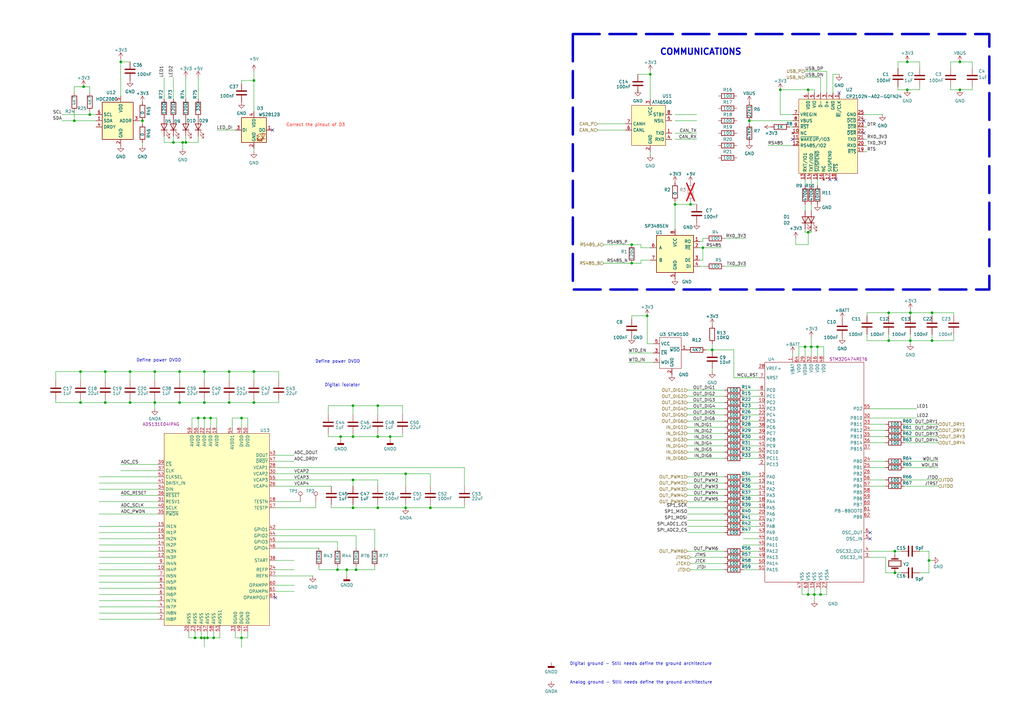
<source format=kicad_sch>
(kicad_sch (version 20231120) (generator "eeschema") (generator_version "8.0")
  (paper "A3")
  (junction (at 71.12 58.42))
  (junction (at 139.7 179.07))
  (junction (at 372.11 25.4))
  (junction (at 104.14 165.1))
  (junction (at 373.38 139.7))
  (junction (at 382.27 139.7))
  (junction (at 364.49 128.27))
  (junction (at 104.14 152.4))
  (junction (at 49.53 25.4))
  (junction (at 292.1 143.51))
  (junction (at 82.55 261.62))
  (junction (at 283.21 83.82))
  (junction (at 276.86 83.82))
  (junction (at 63.5 152.4))
  (junction (at 83.82 171.45))
  (junction (at 93.98 165.1))
  (junction (at 76.2 58.42))
  (junction (at 87.63 261.62))
  (junction (at 259.08 107.95))
  (junction (at 144.78 208.28))
  (junction (at 74.93 58.42))
  (junction (at 138.43 233.68))
  (junction (at 367.03 226.06))
  (junction (at 34.29 35.56))
  (junction (at 142.24 233.68))
  (junction (at 146.05 233.68))
  (junction (at 86.36 171.45))
  (junction (at 166.37 194.31))
  (junction (at 43.18 152.4))
  (junction (at 320.04 36.83))
  (junction (at 144.78 179.07))
  (junction (at 381 229.87))
  (junction (at 53.34 152.4))
  (junction (at 104.14 33.02))
  (junction (at 393.7 36.83))
  (junction (at 336.55 243.84))
  (junction (at 373.38 128.27))
  (junction (at 85.09 261.62))
  (junction (at 93.98 152.4))
  (junction (at 83.82 165.1))
  (junction (at 144.78 196.85))
  (junction (at 36.83 46.99))
  (junction (at 99.06 261.62))
  (junction (at 33.02 165.1))
  (junction (at 160.02 179.07))
  (junction (at 393.7 25.4))
  (junction (at 372.11 36.83))
  (junction (at 63.5 165.1))
  (junction (at 166.37 208.28))
  (junction (at 43.18 165.1))
  (junction (at 154.94 166.37))
  (junction (at 332.74 142.24))
  (junction (at 30.48 49.53))
  (junction (at 364.49 139.7))
  (junction (at 83.82 261.62))
  (junction (at 58.42 49.53))
  (junction (at 53.34 165.1))
  (junction (at 154.94 179.07))
  (junction (at 33.02 152.4))
  (junction (at 265.43 129.54))
  (junction (at 266.7 30.48))
  (junction (at 154.94 208.28))
  (junction (at 331.47 243.84))
  (junction (at 80.01 261.62))
  (junction (at 382.27 128.27))
  (junction (at 81.28 171.45))
  (junction (at 288.29 101.6))
  (junction (at 367.03 234.95))
  (junction (at 83.82 152.4))
  (junction (at 334.01 243.84))
  (junction (at 176.53 208.28))
  (junction (at 335.28 142.24))
  (junction (at 73.66 165.1))
  (junction (at 73.66 152.4))
  (junction (at 331.47 95.25))
  (junction (at 330.2 142.24))
  (junction (at 259.08 100.33))
  (junction (at 331.47 36.83))
  (junction (at 307.34 49.53))
  (junction (at 144.78 166.37))
  (junction (at 99.06 171.45))
  (no_connect (at 356.87 220.98))
  (no_connect (at 354.33 54.61))
  (no_connect (at 354.33 49.53))
  (no_connect (at 344.17 38.1))
  (no_connect (at 340.36 73.66))
  (no_connect (at 325.12 57.15))
  (no_connect (at 111.76 53.34))
  (no_connect (at 356.87 218.44))
  (no_connect (at 113.03 245.11))
  (no_connect (at 342.9 73.66))
  (wire (pts (xy 76.2 31.75) (xy 76.2 40.64)))
  (wire (pts (xy 22.86 156.21) (xy 22.86 152.4)))
  (wire (pts (xy 281.94 182.88) (xy 297.18 182.88)))
  (wire (pts (xy 391.16 139.7) (xy 391.16 137.16)))
  (wire (pts (xy 266.7 30.48) (xy 266.7 40.64)))
  (wire (pts (xy 266.7 106.68) (xy 262.89 106.68)))
  (wire (pts (xy 142.24 233.68) (xy 142.24 236.22)))
  (wire (pts (xy 285.75 49.53) (xy 276.86 49.53)))
  (wire (pts (xy 49.53 190.5) (xy 64.77 190.5)))
  (wire (pts (xy 67.31 55.88) (xy 67.31 58.42)))
  (wire (pts (xy 99.06 261.62) (xy 99.06 265.43)))
  (wire (pts (xy 39.37 46.99) (xy 36.83 46.99)))
  (wire (pts (xy 300.99 154.94) (xy 311.15 154.94)))
  (wire (pts (xy 71.12 55.88) (xy 71.12 58.42)))
  (wire (pts (xy 367.03 234.95) (xy 369.57 234.95)))
  (wire (pts (xy 304.8 185.42) (xy 311.15 185.42)))
  (wire (pts (xy 304.8 215.9) (xy 311.15 215.9)))
  (wire (pts (xy 262.89 106.68) (xy 262.89 107.95)))
  (wire (pts (xy 266.7 62.23) (xy 266.7 63.5)))
  (wire (pts (xy 95.25 171.45) (xy 99.06 171.45)))
  (wire (pts (xy 63.5 156.21) (xy 63.5 152.4)))
  (wire (pts (xy 330.2 31.75) (xy 336.55 31.75)))
  (wire (pts (xy 190.5 191.77) (xy 190.5 199.39)))
  (wire (pts (xy 34.29 35.56) (xy 30.48 35.56)))
  (wire (pts (xy 304.8 233.68) (xy 311.15 233.68)))
  (wire (pts (xy 166.37 194.31) (xy 166.37 199.39)))
  (wire (pts (xy 281.94 170.18) (xy 297.18 170.18)))
  (wire (pts (xy 129.54 208.28) (xy 129.54 205.74)))
  (wire (pts (xy 304.8 182.88) (xy 311.15 182.88)))
  (wire (pts (xy 331.47 241.3) (xy 331.47 243.84)))
  (wire (pts (xy 262.89 100.33) (xy 259.08 100.33)))
  (wire (pts (xy 382.27 139.7) (xy 391.16 139.7)))
  (wire (pts (xy 77.47 259.08) (xy 77.47 261.62)))
  (wire (pts (xy 281.94 180.34) (xy 297.18 180.34)))
  (wire (pts (xy 320.04 36.83) (xy 331.47 36.83)))
  (wire (pts (xy 325.12 146.05) (xy 325.12 144.78)))
  (wire (pts (xy 283.21 83.82) (xy 276.86 83.82)))
  (wire (pts (xy 281.94 172.72) (xy 297.18 172.72)))
  (wire (pts (xy 99.06 33.02) (xy 104.14 33.02)))
  (wire (pts (xy 40.64 254) (xy 64.77 254)))
  (wire (pts (xy 355.6 139.7) (xy 364.49 139.7)))
  (wire (pts (xy 138.43 222.25) (xy 138.43 224.79)))
  (wire (pts (xy 113.03 189.23) (xy 120.65 189.23)))
  (wire (pts (xy 363.22 234.95) (xy 363.22 228.6)))
  (wire (pts (xy 83.82 171.45) (xy 86.36 171.45)))
  (wire (pts (xy 304.8 198.12) (xy 311.15 198.12)))
  (wire (pts (xy 304.8 180.34) (xy 311.15 180.34)))
  (wire (pts (xy 144.78 199.39) (xy 144.78 196.85)))
  (wire (pts (xy 373.38 128.27) (xy 382.27 128.27)))
  (wire (pts (xy 289.56 109.22) (xy 287.02 109.22)))
  (wire (pts (xy 373.38 128.27) (xy 373.38 129.54)))
  (wire (pts (xy 336.55 241.3) (xy 336.55 243.84)))
  (wire (pts (xy 283.21 83.82) (xy 283.21 82.55)))
  (wire (pts (xy 323.85 52.07) (xy 325.12 52.07)))
  (wire (pts (xy 304.8 175.26) (xy 311.15 175.26)))
  (wire (pts (xy 335.28 142.24) (xy 335.28 146.05)))
  (wire (pts (xy 304.8 210.82) (xy 311.15 210.82)))
  (wire (pts (xy 40.64 200.66) (xy 64.77 200.66)))
  (wire (pts (xy 382.27 128.27) (xy 391.16 128.27)))
  (wire (pts (xy 40.64 210.82) (xy 64.77 210.82)))
  (wire (pts (xy 113.03 224.79) (xy 130.81 224.79)))
  (wire (pts (xy 30.48 35.56) (xy 30.48 38.1)))
  (wire (pts (xy 289.56 97.79) (xy 288.29 97.79)))
  (wire (pts (xy 364.49 139.7) (xy 373.38 139.7)))
  (wire (pts (xy 154.94 166.37) (xy 165.1 166.37)))
  (wire (pts (xy 134.62 177.8) (xy 134.62 179.07)))
  (wire (pts (xy 80.01 259.08) (xy 80.01 261.62)))
  (wire (pts (xy 341.63 30.48) (xy 344.17 30.48)))
  (wire (pts (xy 382.27 128.27) (xy 382.27 129.54)))
  (wire (pts (xy 389.89 36.83) (xy 393.7 36.83)))
  (wire (pts (xy 304.8 177.8) (xy 311.15 177.8)))
  (wire (pts (xy 354.33 57.15) (xy 355.6 57.15)))
  (wire (pts (xy 356.87 171.45) (xy 375.92 171.45)))
  (wire (pts (xy 355.6 137.16) (xy 355.6 139.7)))
  (wire (pts (xy 356.87 199.39) (xy 363.22 199.39)))
  (wire (pts (xy 82.55 261.62) (xy 83.82 261.62)))
  (wire (pts (xy 325.12 46.99) (xy 320.04 46.99)))
  (wire (pts (xy 165.1 177.8) (xy 165.1 179.07)))
  (wire (pts (xy 281.94 187.96) (xy 297.18 187.96)))
  (wire (pts (xy 281.94 185.42) (xy 297.18 185.42)))
  (wire (pts (xy 304.8 167.64) (xy 311.15 167.64)))
  (wire (pts (xy 113.03 219.71) (xy 146.05 219.71)))
  (wire (pts (xy 53.34 165.1) (xy 63.5 165.1)))
  (wire (pts (xy 368.3 25.4) (xy 368.3 27.94)))
  (wire (pts (xy 377.19 234.95) (xy 381 234.95)))
  (wire (pts (xy 166.37 194.31) (xy 176.53 194.31)))
  (wire (pts (xy 43.18 165.1) (xy 53.34 165.1)))
  (wire (pts (xy 287.02 106.68) (xy 288.29 106.68)))
  (wire (pts (xy 99.06 259.08) (xy 99.06 261.62)))
  (wire (pts (xy 337.82 142.24) (xy 337.82 146.05)))
  (wire (pts (xy 113.03 199.39) (xy 135.89 199.39)))
  (wire (pts (xy 304.8 231.14) (xy 311.15 231.14)))
  (wire (pts (xy 373.38 139.7) (xy 382.27 139.7)))
  (wire (pts (xy 104.14 165.1) (xy 114.3 165.1)))
  (wire (pts (xy 113.03 236.22) (xy 128.27 236.22)))
  (wire (pts (xy 113.03 205.74) (xy 123.19 205.74)))
  (wire (pts (xy 381 226.06) (xy 381 229.87)))
  (wire (pts (xy 257.81 148.59) (xy 267.97 148.59)))
  (wire (pts (xy 36.83 35.56) (xy 34.29 35.56)))
  (wire (pts (xy 330.2 93.98) (xy 330.2 95.25)))
  (wire (pts (xy 281.94 213.36) (xy 297.18 213.36)))
  (wire (pts (xy 389.89 25.4) (xy 389.89 27.94)))
  (wire (pts (xy 328.93 243.84) (xy 331.47 243.84)))
  (wire (pts (xy 40.64 238.76) (xy 64.77 238.76)))
  (wire (pts (xy 134.62 179.07) (xy 139.7 179.07)))
  (wire (pts (xy 320.04 46.99) (xy 320.04 36.83)))
  (wire (pts (xy 391.16 128.27) (xy 391.16 129.54)))
  (wire (pts (xy 332.74 138.43) (xy 332.74 142.24)))
  (wire (pts (xy 49.53 24.13) (xy 49.53 25.4)))
  (wire (pts (xy 113.03 186.69) (xy 120.65 186.69)))
  (wire (pts (xy 139.7 179.07) (xy 144.78 179.07)))
  (wire (pts (xy 154.94 196.85) (xy 154.94 199.39)))
  (wire (pts (xy 281.94 162.56) (xy 297.18 162.56)))
  (wire (pts (xy 370.84 189.23) (xy 384.81 189.23)))
  (wire (pts (xy 83.82 261.62) (xy 85.09 261.62)))
  (wire (pts (xy 331.47 95.25) (xy 331.47 100.33)))
  (wire (pts (xy 281.94 215.9) (xy 297.18 215.9)))
  (wire (pts (xy 90.17 259.08) (xy 90.17 261.62)))
  (wire (pts (xy 160.02 179.07) (xy 165.1 179.07)))
  (wire (pts (xy 67.31 58.42) (xy 71.12 58.42)))
  (wire (pts (xy 326.39 97.79) (xy 326.39 100.33)))
  (wire (pts (xy 73.66 152.4) (xy 73.66 156.21)))
  (wire (pts (xy 30.48 49.53) (xy 25.4 49.53)))
  (wire (pts (xy 49.53 193.04) (xy 64.77 193.04)))
  (wire (pts (xy 113.03 222.25) (xy 138.43 222.25)))
  (wire (pts (xy 304.8 226.06) (xy 311.15 226.06)))
  (wire (pts (xy 113.03 196.85) (xy 144.78 196.85)))
  (wire (pts (xy 332.74 93.98) (xy 332.74 95.25)))
  (wire (pts (xy 373.38 139.7) (xy 373.38 140.97)))
  (wire (pts (xy 372.11 25.4) (xy 377.19 25.4)))
  (wire (pts (xy 22.86 152.4) (xy 33.02 152.4)))
  (wire (pts (xy 304.8 228.6) (xy 311.15 228.6)))
  (wire (pts (xy 259.08 107.95) (xy 247.65 107.95)))
  (wire (pts (xy 281.94 175.26) (xy 297.18 175.26)))
  (wire (pts (xy 113.03 229.87) (xy 120.65 229.87)))
  (wire (pts (xy 154.94 208.28) (xy 154.94 207.01)))
  (wire (pts (xy 40.64 223.52) (xy 64.77 223.52)))
  (wire (pts (xy 281.94 203.2) (xy 297.18 203.2)))
  (wire (pts (xy 377.19 25.4) (xy 377.19 27.94)))
  (wire (pts (xy 40.64 248.92) (xy 64.77 248.92)))
  (wire (pts (xy 300.99 143.51) (xy 300.99 154.94)))
  (wire (pts (xy 276.86 82.55) (xy 276.86 83.82)))
  (wire (pts (xy 377.19 36.83) (xy 377.19 35.56)))
  (wire (pts (xy 281.94 205.74) (xy 297.18 205.74)))
  (wire (pts (xy 74.93 58.42) (xy 76.2 58.42)))
  (wire (pts (xy 377.19 226.06) (xy 381 226.06)))
  (wire (pts (xy 288.29 106.68) (xy 288.29 101.6)))
  (wire (pts (xy 245.11 50.8) (xy 256.54 50.8)))
  (wire (pts (xy 154.94 208.28) (xy 166.37 208.28)))
  (wire (pts (xy 190.5 207.01) (xy 190.5 208.28)))
  (wire (pts (xy 327.66 146.05) (xy 327.66 142.24)))
  (wire (pts (xy 176.53 199.39) (xy 176.53 194.31)))
  (wire (pts (xy 364.49 128.27) (xy 364.49 129.54)))
  (wire (pts (xy 139.7 179.07) (xy 139.7 180.34)))
  (wire (pts (xy 144.78 196.85) (xy 154.94 196.85)))
  (wire (pts (xy 40.64 195.58) (xy 64.77 195.58)))
  (wire (pts (xy 306.07 109.22) (xy 297.18 109.22)))
  (wire (pts (xy 288.29 99.06) (xy 287.02 99.06)))
  (wire (pts (xy 288.29 101.6) (xy 287.02 101.6)))
  (wire (pts (xy 49.53 203.2) (xy 64.77 203.2)))
  (wire (pts (xy 354.33 62.23) (xy 355.6 62.23)))
  (wire (pts (xy 367.03 226.06) (xy 369.57 226.06)))
  (wire (pts (xy 113.03 208.28) (xy 129.54 208.28)))
  (wire (pts (xy 113.03 240.03) (xy 120.65 240.03)))
  (wire (pts (xy 281.94 226.06) (xy 297.18 226.06)))
  (wire (pts (xy 104.14 156.21) (xy 104.14 152.4)))
  (wire (pts (xy 49.53 25.4) (xy 49.53 39.37)))
  (wire (pts (xy 259.08 130.81) (xy 259.08 129.54)))
  (wire (pts (xy 101.6 259.08) (xy 101.6 261.62)))
  (wire (pts (xy 104.14 33.02) (xy 104.14 45.72)))
  (wire (pts (xy 381 229.87) (xy 381 234.95)))
  (wire (pts (xy 330.2 83.82) (xy 330.2 86.36)))
  (wire (pts (xy 113.03 194.31) (xy 166.37 194.31)))
  (wire (pts (xy 307.34 49.53) (xy 307.34 50.8)))
  (wire (pts (xy 370.84 173.99) (xy 384.81 173.99)))
  (wire (pts (xy 53.34 152.4) (xy 63.5 152.4)))
  (wire (pts (xy 30.48 45.72) (xy 30.48 49.53)))
  (wire (pts (xy 63.5 165.1) (xy 73.66 165.1)))
  (wire (pts (xy 382.27 229.87) (xy 381 229.87)))
  (wire (pts (xy 135.89 208.28) (xy 144.78 208.28)))
  (wire (pts (xy 85.09 261.62) (xy 85.09 259.08)))
  (wire (pts (xy 40.64 236.22) (xy 64.77 236.22)))
  (wire (pts (xy 292.1 143.51) (xy 300.99 143.51)))
  (wire (pts (xy 304.8 203.2) (xy 311.15 203.2)))
  (wire (pts (xy 355.6 129.54) (xy 355.6 128.27)))
  (wire (pts (xy 257.81 144.78) (xy 267.97 144.78)))
  (wire (pts (xy 99.06 261.62) (xy 101.6 261.62)))
  (wire (pts (xy 276.86 83.82) (xy 276.86 93.98)))
  (wire (pts (xy 292.1 143.51) (xy 289.56 143.51)))
  (wire (pts (xy 281.94 208.28) (xy 297.18 208.28)))
  (wire (pts (xy 304.8 187.96) (xy 311.15 187.96)))
  (wire (pts (xy 356.87 181.61) (xy 363.22 181.61)))
  (wire (pts (xy 393.7 36.83) (xy 398.78 36.83)))
  (wire (pts (xy 304.8 165.1) (xy 311.15 165.1)))
  (wire (pts (xy 304.8 208.28) (xy 311.15 208.28)))
  (wire (pts (xy 332.74 142.24) (xy 332.74 146.05)))
  (wire (pts (xy 370.84 196.85) (xy 384.81 196.85)))
  (wire (pts (xy 262.89 101.6) (xy 262.89 100.33)))
  (wire (pts (xy 356.87 176.53) (xy 363.22 176.53)))
  (wire (pts (xy 336.55 243.84) (xy 339.09 243.84)))
  (wire (pts (xy 40.64 198.12) (xy 64.77 198.12)))
  (wire (pts (xy 153.67 232.41) (xy 153.67 233.68)))
  (wire (pts (xy 93.98 152.4) (xy 104.14 152.4)))
  (wire (pts (xy 83.82 261.62) (xy 83.82 265.43)))
  (wire (pts (xy 99.06 171.45) (xy 101.6 171.45)))
  (wire (pts (xy 83.82 165.1) (xy 93.98 165.1)))
  (wire (pts (xy 77.47 261.62) (xy 80.01 261.62)))
  (wire (pts (xy 283.21 228.6) (xy 297.18 228.6)))
  (wire (pts (xy 245.11 53.34) (xy 256.54 53.34)))
  (wire (pts (xy 113.03 217.17) (xy 153.67 217.17)))
  (wire (pts (xy 40.64 231.14) (xy 64.77 231.14)))
  (wire (pts (xy 33.02 152.4) (xy 33.02 156.21)))
  (wire (pts (xy 165.1 166.37) (xy 165.1 170.18)))
  (wire (pts (xy 76.2 58.42) (xy 81.28 58.42)))
  (wire (pts (xy 368.3 36.83) (xy 372.11 36.83)))
  (wire (pts (xy 113.03 191.77) (xy 190.5 191.77)))
  (wire (pts (xy 292.1 151.13) (xy 292.1 152.4)))
  (wire (pts (xy 85.09 261.62) (xy 87.63 261.62)))
  (wire (pts (xy 63.5 165.1) (xy 63.5 167.64)))
  (wire (pts (xy 331.47 36.83) (xy 334.01 36.83)))
  (wire (pts (xy 306.07 97.79) (xy 297.18 97.79)))
  (wire (pts (xy 22.86 165.1) (xy 33.02 165.1)))
  (wire (pts (xy 304.8 218.44) (xy 311.15 218.44)))
  (wire (pts (xy 363.22 228.6) (xy 356.87 228.6)))
  (wire (pts (xy 389.89 35.56) (xy 389.89 36.83)))
  (wire (pts (xy 304.8 213.36) (xy 311.15 213.36)))
  (wire (pts (xy 81.28 31.75) (xy 81.28 40.64)))
  (wire (pts (xy 370.84 176.53) (xy 384.81 176.53)))
  (wire (pts (xy 330.2 95.25) (xy 331.47 95.25)))
  (wire (pts (xy 304.8 200.66) (xy 311.15 200.66)))
  (wire (pts (xy 261.62 36.83) (xy 261.62 38.1)))
  (wire (pts (xy 332.74 142.24) (xy 335.28 142.24)))
  (wire (pts (xy 330.2 142.24) (xy 330.2 146.05)))
  (wire (pts (xy 370.84 181.61) (xy 384.81 181.61)))
  (wire (pts (xy 314.96 59.69) (xy 325.12 59.69)))
  (wire (pts (xy 93.98 165.1) (xy 104.14 165.1)))
  (wire (pts (xy 86.36 171.45) (xy 88.9 171.45)))
  (wire (pts (xy 53.34 163.83) (xy 53.34 165.1)))
  (wire (pts (xy 304.8 162.56) (xy 311.15 162.56)))
  (wire (pts (xy 356.87 189.23) (xy 363.22 189.23)))
  (wire (pts (xy 78.74 171.45) (xy 81.28 171.45)))
  (wire (pts (xy 113.03 242.57) (xy 120.65 242.57)))
  (wire (pts (xy 356.87 173.99) (xy 363.22 173.99)))
  (wire (pts (xy 370.84 199.39) (xy 384.81 199.39)))
  (wire (pts (xy 304.8 223.52) (xy 311.15 223.52)))
  (wire (pts (xy 335.28 142.24) (xy 337.82 142.24)))
  (wire (pts (xy 144.78 166.37) (xy 154.94 166.37)))
  (wire (pts (xy 281.94 198.12) (xy 297.18 198.12)))
  (wire (pts (xy 58.42 49.53) (xy 58.42 50.8)))
  (wire (pts (xy 307.34 49.53) (xy 325.12 49.53)))
  (wire (pts (xy 330.2 142.24) (xy 332.74 142.24)))
  (wire (pts (xy 354.33 52.07) (xy 355.6 52.07)))
  (wire (pts (xy 134.62 170.18) (xy 134.62 166.37)))
  (wire (pts (xy 36.83 38.1) (xy 36.83 35.56)))
  (wire (pts (xy 339.09 243.84) (xy 339.09 241.3)))
  (wire (pts (xy 304.8 220.98) (xy 311.15 220.98)))
  (wire (pts (xy 146.05 232.41) (xy 146.05 233.68)))
  (wire (pts (xy 281.94 165.1) (xy 297.18 165.1)))
  (wire (pts (xy 389.89 25.4) (xy 393.7 25.4)))
  (wire (pts (xy 71.12 31.75) (xy 71.12 40.64)))
  (wire (pts (xy 341.63 30.48) (xy 341.63 38.1)))
  (wire (pts (xy 40.64 226.06) (xy 64.77 226.06)))
  (wire (pts (xy 36.83 45.72) (xy 36.83 46.99)))
  (wire (pts (xy 138.43 232.41) (xy 138.43 233.68)))
  (wire (pts (xy 285.75 83.82) (xy 283.21 83.82)))
  (wire (pts (xy 81.28 55.88) (xy 81.28 58.42)))
  (wire (pts (xy 73.66 165.1) (xy 83.82 165.1)))
  (wire (pts (xy 96.52 261.62) (xy 99.06 261.62)))
  (wire (pts (xy 95.25 171.45) (xy 95.25 175.26)))
  (wire (pts (xy 292.1 140.97) (xy 292.1 143.51)))
  (wire (pts (xy 334.01 243.84) (xy 336.55 243.84)))
  (wire (pts (xy 78.74 175.26) (xy 78.74 171.45)))
  (wire (pts (xy 58.42 58.42) (xy 58.42 59.69)))
  (wire (pts (xy 53.34 152.4) (xy 53.34 156.21)))
  (wire (pts (xy 96.52 259.08) (xy 96.52 261.62)))
  (wire (pts (xy 334.01 243.84) (xy 334.01 246.38)))
  (wire (pts (xy 259.08 100.33) (xy 247.65 100.33)))
  (wire (pts (xy 30.48 49.53) (xy 39.37 49.53)))
  (wire (pts (xy 367.03 227.33) (xy 367.03 226.06)))
  (wire (pts (xy 53.34 25.4) (xy 49.53 25.4)))
  (wire (pts (xy 265.43 140.97) (xy 265.43 129.54)))
  (wire (pts (xy 114.3 163.83) (xy 114.3 165.1)))
  (wire (pts (xy 144.78 179.07) (xy 154.94 179.07)))
  (wire (pts (xy 86.36 171.45) (xy 86.36 175.26)))
  (wire (pts (xy 370.84 179.07) (xy 384.81 179.07)))
  (wire (pts (xy 135.89 207.01) (xy 135.89 208.28)))
  (wire (pts (xy 104.14 163.83) (xy 104.14 165.1)))
  (wire (pts (xy 130.81 233.68) (xy 138.43 233.68)))
  (wire (pts (xy 304.8 160.02) (xy 311.15 160.02)))
  (wire (pts (xy 144.78 207.01) (xy 144.78 208.28)))
  (wire (pts (xy 259.08 129.54) (xy 265.43 129.54)))
  (wire (pts (xy 104.14 152.4) (xy 114.3 152.4)))
  (wire (pts (xy 40.64 218.44) (xy 64.77 218.44)))
  (wire (pts (xy 367.03 234.95) (xy 363.22 234.95)))
  (wire (pts (xy 99.06 34.29) (xy 99.06 33.02)))
  (wire (pts (xy 114.3 152.4) (xy 114.3 156.21)))
  (wire (pts (xy 285.75 54.61) (xy 276.86 54.61)))
  (wire (pts (xy 40.64 215.9) (xy 64.77 215.9)))
  (wire (pts (xy 166.37 208.28) (xy 176.53 208.28)))
  (wire (pts (xy 356.87 191.77) (xy 363.22 191.77)))
  (wire (pts (xy 76.2 55.88) (xy 76.2 58.42)))
  (wire (pts (xy 285.75 46.99) (xy 276.86 46.99)))
  (wire (pts (xy 335.28 73.66) (xy 335.28 76.2)))
  (wire (pts (xy 43.18 152.4) (xy 53.34 152.4)))
  (wire (pts (xy 373.38 139.7) (xy 373.38 137.16)))
  (wire (pts (xy 130.81 232.41) (xy 130.81 233.68)))
  (wire (pts (xy 364.49 139.7) (xy 364.49 137.16)))
  (wire (pts (xy 83.82 156.21) (xy 83.82 152.4)))
  (wire (pts (xy 283.21 231.14) (xy 297.18 231.14)))
  (wire (pts (xy 144.78 177.8) (xy 144.78 179.07)))
  (wire (pts (xy 356.87 167.64) (xy 375.92 167.64)))
  (wire (pts (xy 373.38 127) (xy 373.38 128.27)))
  (wire (pts (xy 33.02 165.1) (xy 43.18 165.1)))
  (wire (pts (xy 74.93 60.96) (xy 74.93 58.42)))
  (wire (pts (xy 104.14 60.96) (xy 104.14 62.23)))
  (wire (pts (xy 160.02 179.07) (xy 160.02 180.34)))
  (wire (pts (xy 304.8 170.18) (xy 311.15 170.18)))
  (wire (pts (xy 142.24 233.68) (xy 146.05 233.68)))
  (wire (pts (xy 63.5 152.4) (xy 73.66 152.4)))
  (wire (pts (xy 101.6 171.45) (xy 101.6 175.26)))
  (wire (pts (xy 332.74 73.66) (xy 332.74 76.2)))
  (wire (pts (xy 176.53 208.28) (xy 190.5 208.28)))
  (wire (pts (xy 40.64 246.38) (xy 64.77 246.38)))
  (wire (pts (xy 266.7 29.21) (xy 266.7 30.48)))
  (wire (pts (xy 304.8 205.74) (xy 311.15 205.74)))
  (wire (pts (xy 73.66 152.4) (xy 83.82 152.4)))
  (wire (pts (xy 368.3 25.4) (xy 372.11 25.4)))
  (wire (pts (xy 330.2 29.21) (xy 339.09 29.21)))
  (wire (pts (xy 104.14 29.21) (xy 104.14 33.02)))
  (wire (pts (xy 40.64 251.46) (xy 64.77 251.46)))
  (wire (pts (xy 153.67 224.79) (xy 153.67 217.17)))
  (wire (pts (xy 281.94 210.82) (xy 297.18 210.82)))
  (wire (pts (xy 82.55 259.08) (xy 82.55 261.62)))
  (wire (pts (xy 281.94 167.64) (xy 297.18 167.64)))
  (wire (pts (xy 144.78 166.37) (xy 144.78 170.18)))
  (wire (pts (xy 328.93 241.3) (xy 328.93 243.84)))
  (wire (pts (xy 330.2 73.66) (xy 330.2 76.2)))
  (wire (pts (xy 327.66 142.24) (xy 330.2 142.24)))
  (wire (pts (xy 73.66 163.83) (xy 73.66 165.1)))
  (wire (pts (xy 393.7 25.4) (xy 398.78 25.4)))
  (wire (pts (xy 354.33 59.69) (xy 355.6 59.69)))
  (wire (pts (xy 331.47 36.83) (xy 331.47 38.1)))
  (wire (pts (xy 83.82 171.45) (xy 83.82 175.26)))
  (wire (pts (xy 33.02 152.4) (xy 43.18 152.4)))
  (wire (pts (xy 49.53 208.28) (xy 64.77 208.28)))
  (wire (pts (xy 154.94 177.8) (xy 154.94 179.07)))
  (wire (pts (xy 304.8 195.58) (xy 311.15 195.58)))
  (wire (pts (xy 368.3 35.56) (xy 368.3 36.83)))
  (wire (pts (xy 176.53 208.28) (xy 176.53 207.01)))
  (wire (pts (xy 58.42 49.53) (xy 57.15 49.53)))
  (wire (pts (xy 304.8 172.72) (xy 311.15 172.72)))
  (wire (pts (xy 356.87 179.07) (xy 363.22 179.07)))
  (wire (pts (xy 93.98 152.4) (xy 93.98 156.21)))
  (wire (pts (xy 281.94 160.02) (xy 297.18 160.02)))
  (wire (pts (xy 81.28 171.45) (xy 81.28 175.26)))
  (wire (pts (xy 138.43 233.68) (xy 142.24 233.68)))
  (wire (pts (xy 339.09 29.21) (xy 339.09 38.1)))
  (wire (pts (xy 83.82 163.83) (xy 83.82 165.1)))
  (wire (pts (xy 281.94 218.44) (xy 297.18 218.44)))
  (wire (pts (xy 88.9 171.45) (xy 88.9 175.26)))
  (wire (pts (xy 398.78 25.4) (xy 398.78 27.94)))
  (wire (pts (xy 71.12 58.42) (xy 74.93 58.42)))
  (wire (pts (xy 154.94 179.07) (xy 160.02 179.07)))
  (wire (pts (xy 40.64 228.6) (xy 64.77 228.6)))
  (wire (pts (xy 87.63 261.62) (xy 90.17 261.62)))
  (wire (pts (xy 22.86 163.83) (xy 22.86 165.1)))
  (wire (pts (xy 331.47 95.25) (xy 332.74 95.25)))
  (wire (pts (xy 40.64 220.98) (xy 64.77 220.98)))
  (wire (pts (xy 331.47 100.33) (xy 326.39 100.33)))
  (wire (pts (xy 154.94 170.18) (xy 154.94 166.37)))
  (wire (pts (xy 356.87 196.85) (xy 363.22 196.85)))
  (wire (pts (xy 40.64 241.3) (xy 64.77 241.3)))
  (wire (pts (xy 336.55 38.1) (xy 336.55 31.75)))
  (wire (pts (xy 146.05 233.68) (xy 153.67 233.68)))
  (wire (pts (xy 36.83 46.99) (xy 25.4 46.99)))
  (wire (pts (xy 166.37 207.01) (xy 166.37 208.28)))
  (wire (pts (xy 370.84 191.77) (xy 384.81 191.77)))
  (wire (pts (xy 40.64 243.84) (xy 64.77 243.84)))
  (wire (pts (xy 67.31 31.75) (xy 67.31 40.64)))
  (wire (pts (xy 83.82 152.4) (xy 93.98 152.4)))
  (wire (pts (xy 281.94 177.8) (xy 297.18 177.8)))
  (wire (pts (xy 113.03 233.68) (xy 120.65 233.68)))
  (wire (pts (xy 281.94 200.66) (xy 297.18 200.66)))
  (wire (pts (xy 266.7 101.6) (xy 262.89 101.6)))
  (wire (pts (xy 334.01 241.3) (xy 334.01 243.84)))
  (wire (pts (xy 331.47 243.84) (xy 334.01 243.84)))
  (wire (pts (xy 146.05 224.79) (xy 146.05 219.71)))
  (wire (pts (xy 288.29 99.06) (xy 288.29 97.79)))
  (wire (pts (xy 87.63 259.08) (xy 87.63 261.62)))
  (wire (pts (xy 382.27 139.7) (xy 382.27 137.16)))
  (wire (pts (xy 355.6 128.27) (xy 364.49 128.27)))
  (wire (pts (xy 40.64 205.74) (xy 64.77 205.74)))
  (wire (pts (xy 99.06 171.45) (xy 99.06 175.26)))
  (wire (pts (xy 81.28 171.45) (xy 83.82 171.45)))
  (wire (pts (xy 88.9 53.34) (xy 96.52 53.34)))
  (wire (pts (xy 283.21 233.68) (xy 297.18 233.68)))
  (wire (pts (xy 134.62 166.37) (xy 144.78 166.37)))
  (wire (pts (xy 295.91 101.6) (xy 288.29 101.6)))
  (wire (pts (xy 332.74 83.82) (xy 332.74 86.36)))
  (wire (pts (xy 261.62 30.48) (xy 266.7 30.48)))
  (wire (pts (xy 33.02 163.83) (xy 33.02 165.1)))
  (wire (pts (xy 281.94 195.58) (xy 297.18 195.58)))
  (wire (pts (xy 262.89 107.95) (xy 259.08 107.95)))
  (wire (pts (xy 154.94 208.28) (xy 144.78 208.28)))
  (wire (pts (xy 334.01 38.1) (xy 334.01 36.83)))
  (wire (pts (xy 364.49 128.27) (xy 373.38 128.27)))
  (wire (pts (xy 43.18 163.83) (xy 43.18 165.1)))
  (wire (pts (xy 43.18 156.21) (xy 43.18 152.4)))
  (wire (pts (xy 267.97 140.97) (xy 265.43 140.97)))
  (wire (pts (xy 372.11 36.83) (xy 377.19 36.83)))
  (wire (pts (xy 356.87 226.06) (xy 367.03 226.06)))
  (wire (pts (xy 40.64 233.68) (xy 64.77 233.68)))
  (wire (pts (xy 80.01 261.62) (xy 82.55 261.62)))
  (wire (pts (xy 93.98 163.83) (xy 93.98 165.1)))
  (wire (pts (xy 354.33 46.99) (xy 361.95 46.99)))
  (wire (pts (xy 398.78 36.83) (xy 398.78 35.56)))
  (wire (pts (xy 285.75 57.15) (xy 276.86 57.15)))
  (wire (pts (xy 63.5 163.83) (xy 63.5 165.1)))
  (rectangle (start 234.95 13.97) (end 405.765 118.745) (stroke (width 1) (type dash)))
  (text "Digital isolator\n" (at 133.096 158.75 0) (effects (font (size 1.27 1.27)) (justify left bottom)))
  (text "COMMUNICATIONS" (at 270.51 22.86 0) (effects (font (size 2.54 2.54) (thickness 0.508) (bold yes)) (justify left bottom)))
  (text "Analog ground - Still needs define the ground architecture" (at 233.68 280.67 0) (effects (font (size 1.27 1.27)) (justify left bottom)))
  (text "Define power DVDD" (at 129.286 149.098 0) (effects (font (size 1.27 1.27)) (justify left bottom)))
  (text "Define power DVDD" (at 55.88 148.59 0) (effects (font (size 1.27 1.27)) (justify left bottom)))
  (text "Digital ground - Still needs define the ground architecture" (at 233.68 273.05 0) (effects (font (size 1.27 1.27)) (justify left bottom)))
  (text "Correct the pinout of D3\n" (at 117.348 52.07 0) (effects (font (size 1.27 1.27)) (justify left bottom)))
  (label "ADC_SCLK" (at 49.53 208.28 0))
  (label "VCAP4" (at 120.65 199.39 0))
  (label "LED1" (at 67.31 31.75 90))
  (label "USB_DP" (at 330.2 29.21 0))
  (label "WDI_IN" (at 384.81 189.23 180))
  (label "OUT_DRY3" (at 384.81 179.07 180))
  (label "OUT_DIG5" (at 293.37 170.18 180))
  (label "OUT_PWM2" (at 294.64 198.12 180))
  (label "OUT_DIG2" (at 293.37 162.56 180))
  (label "OUT_PWM3" (at 294.64 200.66 180))
  (label "ADC_RESET" (at 49.53 203.2 0))
  (label "VCAP2" (at 120.65 194.31 0))
  (label "WTD_EN" (at 257.81 144.78 0))
  (label "SP1_MOSI" (at 281.94 213.36 180))
  (label "OUT_DIG4" (at 293.37 167.64 180))
  (label "OUT_DRY4" (at 384.81 181.61 180))
  (label "RS485_N" (at 248.92 107.95 0))
  (label "OUT_DRY1" (at 384.81 173.99 180))
  (label "OUT_PWM5" (at 294.64 205.74 180))
  (label "ADC_DOUT" (at 120.65 186.69 0))
  (label "JTDI" (at 289.56 233.68 180))
  (label "OUT_DIG6" (at 293.37 172.72 180))
  (label "RX0_3V3" (at 306.07 97.79 180))
  (label "LED2" (at 375.92 171.45 0))
  (label "RS485" (at 295.91 101.6 180))
  (label "IN_DIG1" (at 292.1 175.26 180))
  (label "RS485" (at 314.96 59.69 0))
  (label "SPI_ADC2_CS" (at 281.94 218.44 180))
  (label "OUT_PWM1" (at 294.64 195.58 180))
  (label "OUT_DRY2" (at 384.81 176.53 180))
  (label "JTRST" (at 384.81 199.39 180))
  (label "OUT_PWM4" (at 294.64 203.2 180))
  (label "USB_DN" (at 330.2 31.75 0))
  (label "VCAP3" (at 120.65 196.85 0))
  (label "SCL" (at 25.4 46.99 180))
  (label "CAN_RX" (at 285.75 57.15 180))
  (label "MCU_RST" (at 302.26 154.94 0))
  (label "WTD_IN" (at 257.81 148.59 0))
  (label "LED1" (at 375.92 167.64 0))
  (label "JTCK" (at 289.56 231.14 180))
  (label "IN_DIG3" (at 292.1 180.34 180))
  (label "SPI_ADC1_CS" (at 281.94 215.9 180))
  (label "WDI_EN" (at 384.81 191.77 180))
  (label "LED2" (at 71.12 31.75 90))
  (label "ADC_DRDY" (at 120.65 189.23 0))
  (label "RX0_3V3" (at 355.6 57.15 0))
  (label "OUT_PWM6" (at 294.64 226.06 180))
  (label "TX0_3V3" (at 306.07 109.22 180))
  (label "IN_DIG5" (at 292.1 185.42 180))
  (label "TX0_3V3" (at 355.6 59.69 0))
  (label "IN_DIG6" (at 292.1 187.96 180))
  (label "OUT_DIG1" (at 293.37 160.02 180))
  (label "SP1_SCK" (at 281.94 208.28 180))
  (label "RTS" (at 355.6 62.23 0))
  (label "SP1_MISO" (at 281.94 210.82 180))
  (label "ADC_CS" (at 49.53 190.5 0))
  (label "DTR" (at 355.6 52.07 0))
  (label "OUT_DIG3" (at 293.37 165.1 180))
  (label "CAN_TX" (at 285.75 54.61 180))
  (label "IN_DIG4" (at 292.1 182.88 180))
  (label "SDA" (at 25.4 49.53 180))
  (label "IN_DIG2" (at 292.1 177.8 180))
  (label "LED_DI" (at 88.9 53.34 0))
  (label "JTMS" (at 289.56 228.6 180))
  (label "JTDO" (at 384.81 196.85 180))
  (label "ADC_PWDN" (at 49.53 210.82 0))
  (label "RS485_P" (at 248.92 100.33 0))
  (hierarchical_label "RS485_B" (shape input) (at 247.65 107.95 180))
  (hierarchical_label "IN_DIG4" (shape input) (at 281.94 182.88 180))
  (hierarchical_label "RS485_A" (shape input) (at 247.65 100.33 180))
  (hierarchical_label "OUT_DIG4" (shape input) (at 281.94 167.64 180))
  (hierarchical_label "JTDI" (shape input) (at 283.21 233.68 180))
  (hierarchical_label "OUT_DRY2" (shape input) (at 384.81 176.53 0))
  (hierarchical_label "JTMS" (shape input) (at 283.21 228.6 180))
  (hierarchical_label "OUT_DIG2" (shape input) (at 281.94 162.56 180))
  (hierarchical_label "OUT_PWM5" (shape input) (at 281.94 205.74 180))
  (hierarchical_label "USB_P" (shape input) (at 330.2 29.21 180))
  (hierarchical_label "IN_DIG6" (shape input) (at 281.94 187.96 180))
  (hierarchical_label "IN_DIG1" (shape input) (at 281.94 175.26 180))
  (hierarchical_label "OUT_PWM6" (shape input) (at 281.94 226.06 180))
  (hierarchical_label "OUT_PWM2" (shape input) (at 281.94 198.12 180))
  (hierarchical_label "CAN_N" (shape input) (at 245.11 53.34 180))
  (hierarchical_label "JTDO" (shape input) (at 384.81 196.85 0))
  (hierarchical_label "IN_DIG3" (shape input) (at 281.94 180.34 180))
  (hierarchical_label "IN_DIG2" (shape input) (at 281.94 177.8 180))
  (hierarchical_label "JTDO" (shape input) (at 384.81 199.39 0))
  (hierarchical_label "USB_N" (shape input) (at 330.2 31.75 180))
  (hierarchical_label "IN_DIG5" (shape input) (at 281.94 185.42 180))
  (hierarchical_label "OUT_PWM4" (shape input) (at 281.94 203.2 180))
  (hierarchical_label "OUT_DIG6" (shape input) (at 281.94 172.72 180))
  (hierarchical_label "OUT_DRY3" (shape input) (at 384.81 179.07 0))
  (hierarchical_label "OUT_DRY4" (shape input) (at 384.81 181.61 0))
  (hierarchical_label "OUT_DIG5" (shape input) (at 281.94 170.18 180))
  (hierarchical_label "OUT_PWM1" (shape input) (at 281.94 195.58 180))
  (hierarchical_label "OUT_DIG3" (shape input) (at 281.94 165.1 180))
  (hierarchical_label "CAN_P" (shape input) (at 245.11 50.8 180))
  (hierarchical_label "OUT_DRY1" (shape input) (at 384.81 173.99 0))
  (hierarchical_label "OUT_PWM3" (shape input) (at 281.94 200.66 180))
  (hierarchical_label "JTCK" (shape input) (at 283.21 231.14 180))
  (hierarchical_label "OUT_DIG1" (shape input) (at 281.94 160.02 180))
  (symbol (lib_id "Resistor_0603:470Ω") (at 332.74 80.01 0) (unit 1)
    (property "Reference" "R10" (at 330.2 76.2 0) (effects (justify left)))
    (property "Value" "470Ω" (at 332.74 82.55 90) (effects (justify left)))
    (property "Footprint" "Resistor_SMD:R_0603_1608Metric" (effects (hide yes)))
    (property "Datasheet" "https://www.mouser.be/datasheet/2/427/VISH_S_A0003599164_1-2569050.pdf" (effects (hide yes)))
    (property "Description" "Thick Film Resistors - SMD 1/10Watt 470ohms 5% Commercial Use" (effects (hide yes)))
    (property "Manufacturer" "Vishay" (effects (hide yes)))
    (property "MPN" "CRCW0603470RJNEBC" (effects (hide yes)))
    (property "Supplier" "Mouser" (effects (hide yes)))
    (property "Supplier Nr." "71-CRCW0603470RJNEBC" (effects (hide yes)))
    (property "Power" "100mW" (effects (hide yes)))
    (property "Tolerance" "5%" (effects (hide yes)))
    (property "Price" "0.025" (effects (hide yes)))
  )
  (symbol (lib_name "100_1") (lib_id "Resistor_0603:100") (at 367.03 179.07 90) (unit 1)
    (property "Reference" "R62" (at 372.11 177.8 90))
    (property "Value" "100" (at 367.03 179.07 90))
    (property "Footprint" "Resistor_SMD:R_0603_1608Metric" (effects (hide yes)))
    (property "Datasheet" "https://www.yageo.com/upload/media/product/productsearch/datasheet/rchip/PYu-RC_Group_51_RoHS_L_11.pdf" (effects (hide yes)))
    (property "Description" "100 Ohms ±1% 0.1W, 1/10W Chip Resistor 0603 (1608 Metric) Moisture Resistant Thick Film" (effects (hide yes)))
    (property "Manufacturer" "Yageo" (effects (hide yes)))
    (property "MPN" "RC0603FR-07100RL" (effects (hide yes)))
    (property "Supplier" "Digikey" (effects (hide yes)))
    (property "Supplier Nr." "311-100HRCT-ND" (effects (hide yes)))
    (property "Tolerance" "1%" (effects (hide yes)))
    (property "Power" "100mW" (effects (hide yes)))
    (property "Price" "0.09" (effects (hide yes)))
  )
  (symbol (lib_name "100_1") (lib_id "Resistor_0603:100") (at 300.99 195.58 90) (unit 1)
    (property "Reference" "R34" (at 306.07 194.31 90))
    (property "Value" "100" (at 300.99 195.58 90))
    (property "Footprint" "Resistor_SMD:R_0603_1608Metric" (effects (hide yes)))
    (property "Datasheet" "https://www.yageo.com/upload/media/product/productsearch/datasheet/rchip/PYu-RC_Group_51_RoHS_L_11.pdf" (effects (hide yes)))
    (property "Description" "100 Ohms ±1% 0.1W, 1/10W Chip Resistor 0603 (1608 Metric) Moisture Resistant Thick Film" (effects (hide yes)))
    (property "Manufacturer" "Yageo" (effects (hide yes)))
    (property "MPN" "RC0603FR-07100RL" (effects (hide yes)))
    (property "Supplier" "Digikey" (effects (hide yes)))
    (property "Supplier Nr." "311-100HRCT-ND" (effects (hide yes)))
    (property "Tolerance" "1%" (effects (hide yes)))
    (property "Power" "100mW" (effects (hide yes)))
    (property "Price" "0.09" (effects (hide yes)))
  )
  (symbol (lib_id "power:GND") (at 344.17 30.48 0) (unit 1)
    (property "Reference" "#PWR035" (effects (hide yes)))
    (property "Value" "GND" (at 344.17 35.0425 0))
  )
  (symbol (lib_id "Resistor_0603:0") (at 58.42 45.72 0) (mirror y) (unit 1)
    (property "Reference" "R45" (at 60.96 47.498 90) (effects (justify left)))
    (property "Value" "0" (at 58.42 46.99 90) (effects (justify left)))
    (property "Footprint" "Resistor_SMD:R_0603_1608Metric" (effects (hide yes)))
    (property "Datasheet" "https://www.yageo.com/upload/media/product/productsearch/datasheet/rchip/PYu-AC_51_RoHS_L_7.pdf" (effects (hide yes)))
    (property "Description" "0 Ohms Jumper 0.1W, 1/10W Chip Resistor 0603 (1608 Metric)" (effects (hide yes)))
    (property "Manufacturer" "Yageo" (effects (hide yes)))
    (property "MPN" "RC0603JR-070RL" (effects (hide yes)))
    (property "Supplier" "Mouser" (effects (hide yes)))
    (property "Supplier Nr." "603-RC0603JR-070RL" (effects (hide yes)))
    (property "Power" "100mW" (effects (hide yes)))
  )
  (symbol (lib_id "power:+3.3V") (at 58.42 41.91 0) (mirror y) (unit 1)
    (property "Reference" "#PWR057" (effects (hide yes)))
    (property "Value" "+3V3" (at 58.42 38.3055 0))
  )
  (symbol (lib_id "power:VBUS") (at 307.34 41.91 0) (unit 1)
    (property "Reference" "#PWR09" (effects (hide yes)))
    (property "Value" "VBUS" (at 307.34 38.3055 0))
  )
  (symbol (lib_id "Testpoints:TestPoint_1.5mm") (at 129.54 205.74 0) (unit 1)
    (property "Reference" "TP2" (at 127.254 201.422 0))
    (property "Value" "TestPoint_1.5mm" (effects (hide yes)))
    (property "Footprint" "TestPoint:TestPoint_Pad_D1.5mm" (effects (hide yes)))
  )
  (symbol (lib_id "Capacitors_0603:100nF") (at 373.38 133.35 0) (unit 1)
    (property "Reference" "C13" (at 369.57 130.81 0) (effects (justify left)))
    (property "Value" "100nF" (at 365.76 137.16 0) (effects (justify left)))
    (property "Footprint" "Capacitor_SMD:C_0603_1608Metric" (effects (hide yes)))
    (property "Datasheet" "https://media.digikey.com/pdf/Data%20Sheets/Samsung%20PDFs/CL_Series_MLCC_ds.pdf" (effects (hide yes)))
    (property "Description" "0.1µF ±10% 50V Ceramic Capacitor X7R 0603 (1608 Metric)" (effects (hide yes)))
    (property "Manufacturer" "Samsung Electro-Mechanics" (effects (hide yes)))
    (property "MPN" "CL10B104KB8NNNC" (effects (hide yes)))
    (property "Supplier" "Digikey" (effects (hide yes)))
    (property "Supplier Nr." "1276-1000-1-ND" (effects (hide yes)))
    (property "Tolerance" "10%" (effects (hide yes)))
    (property "Voltage" "50V" (effects (hide yes)))
    (property "Dielectric" "X7R" (effects (hide yes)))
    (property "Price" "0.09" (effects (hide yes)))
  )
  (symbol (lib_name "100_1") (lib_id "Resistor_0603:100") (at 300.99 200.66 90) (unit 1)
    (property "Reference" "R36" (at 306.07 199.39 90))
    (property "Value" "100" (at 300.99 200.66 90))
    (property "Footprint" "Resistor_SMD:R_0603_1608Metric" (effects (hide yes)))
    (property "Datasheet" "https://www.yageo.com/upload/media/product/productsearch/datasheet/rchip/PYu-RC_Group_51_RoHS_L_11.pdf" (effects (hide yes)))
    (property "Description" "100 Ohms ±1% 0.1W, 1/10W Chip Resistor 0603 (1608 Metric) Moisture Resistant Thick Film" (effects (hide yes)))
    (property "Manufacturer" "Yageo" (effects (hide yes)))
    (property "MPN" "RC0603FR-07100RL" (effects (hide yes)))
    (property "Supplier" "Digikey" (effects (hide yes)))
    (property "Supplier Nr." "311-100HRCT-ND" (effects (hide yes)))
    (property "Tolerance" "1%" (effects (hide yes)))
    (property "Power" "100mW" (effects (hide yes)))
    (property "Price" "0.09" (effects (hide yes)))
  )
  (symbol (lib_id "Capacitors_0603:100nF") (at 285.75 87.63 0) (mirror y) (unit 1)
    (property "Reference" "C7" (at 292.1 86.36 0) (effects (justify left)))
    (property "Value" "100nF" (at 294.64 88.9 0) (effects (justify left)))
    (property "Footprint" "Capacitor_SMD:C_0603_1608Metric" (effects (hide yes)))
    (property "Datasheet" "https://media.digikey.com/pdf/Data%20Sheets/Samsung%20PDFs/CL_Series_MLCC_ds.pdf" (effects (hide yes)))
    (property "Description" "0.1µF ±10% 50V Ceramic Capacitor X7R 0603 (1608 Metric)" (effects (hide yes)))
    (property "Manufacturer" "Samsung Electro-Mechanics" (effects (hide yes)))
    (property "MPN" "CL10B104KB8NNNC" (effects (hide yes)))
    (property "Supplier" "Digikey" (effects (hide yes)))
    (property "Supplier Nr." "1276-1000-1-ND" (effects (hide yes)))
    (property "Tolerance" "10%" (effects (hide yes)))
    (property "Voltage" "50V" (effects (hide yes)))
    (property "Dielectric" "X7R" (effects (hide yes)))
    (property "Price" "0.09" (effects (hide yes)))
  )
  (symbol (lib_id "power:GNDD") (at 226.06 271.78 0) (unit 1)
    (property "Reference" "#PWR030" (effects (hide yes)))
    (property "Value" "GNDD" (at 226.06 275.5345 0))
  )
  (symbol (lib_id "Resistor_0603:1K") (at 320.04 52.07 90) (unit 1)
    (property "Reference" "R8" (at 325.12 50.8 90) (effects (justify left)))
    (property "Value" "1K" (at 321.31 52.07 90) (effects (justify left)))
    (property "Footprint" "Resistor_SMD:R_0603_1608Metric" (effects (hide yes)))
    (property "Datasheet" "https://www.yageo.com/upload/media/product/productsearch/datasheet/rchip/PYu-RC_Group_51_RoHS_L_11.pdf" (effects (hide yes)))
    (property "Description" "1 kOhms ±1% 0.1W, 1/10W Chip Resistor 0603 (1608 Metric) Moisture Resistant Thick Film" (effects (hide yes)))
    (property "Manufacturer" "Yageo" (effects (hide yes)))
    (property "MPN" "RC0603FR-071KL" (effects (hide yes)))
    (property "Supplier" "Mouser" (effects (hide yes)))
    (property "Supplier Part Number" "603-RC0603FR-071KL" (effects (hide yes)))
    (property "Tolerance" "1%" (effects (hide yes)))
  )
  (symbol (lib_name "1uF_1") (lib_id "Capacitors_0603:1uF") (at 154.94 173.99 0) (unit 1)
    (property "Reference" "C48" (at 157.861 173.3463 0) (effects (justify left)))
    (property "Value" "1uF" (at 157.861 175.2673 0) (effects (justify left)))
    (property "Footprint" "Capacitor_SMD:C_0603_1608Metric" (effects (hide yes)))
    (property "Datasheet" "http://product.samsungsem.com/mlcc/basic-search.do?partNumber=CL10B105KP8NNN" (effects (hide yes)))
    (property "Description" "1µF ±10% 25V Ceramic Capacitor X7R 0603 (1608 Metric)" (effects (hide yes)))
    (property "Manufacturer" "Samsung Electro-Mechanics" (effects (hide yes)))
    (property "MPN" "CL10B105KA8NNNC" (effects (hide yes)))
    (property "Supplier" "Digikey" (effects (hide yes)))
    (property "Supplier Nr." "1276-1184-1-ND" (effects (hide yes)))
    (property "Tolerance" "10%" (effects (hide yes)))
    (property "Voltage" "25V" (effects (hide yes)))
    (property "Dielectric" "X7R" (effects (hide yes)))
    (property "Price" "0.09" (effects (hide yes)))
  )
  (symbol (lib_name "100_1") (lib_id "Resistor_0603:100") (at 298.45 49.53 270) (mirror x) (unit 1)
    (property "Reference" "R18" (at 298.45 46.99 90))
    (property "Value" "100" (at 298.45 49.53 90))
    (property "Footprint" "Resistor_SMD:R_0603_1608Metric" (effects (hide yes)))
    (property "Datasheet" "https://www.yageo.com/upload/media/product/productsearch/datasheet/rchip/PYu-RC_Group_51_RoHS_L_11.pdf" (effects (hide yes)))
    (property "Description" "100 Ohms ±1% 0.1W, 1/10W Chip Resistor 0603 (1608 Metric) Moisture Resistant Thick Film" (effects (hide yes)))
    (property "Manufacturer" "Yageo" (effects (hide yes)))
    (property "MPN" "RC0603FR-07100RL" (effects (hide yes)))
    (property "Supplier" "Digikey" (effects (hide yes)))
    (property "Supplier Nr." "311-100HRCT-ND" (effects (hide yes)))
    (property "Tolerance" "1%" (effects (hide yes)))
    (property "Power" "100mW" (effects (hide yes)))
    (property "Price" "0.09" (effects (hide yes)))
  )
  (symbol (lib_id "Resistor_0603:120Ω") (at 259.08 104.14 0) (mirror y) (unit 1)
    (property "Reference" "R1" (at 257.302 103.2315 0) (effects (justify left)))
    (property "Value" "120Ω" (at 259.08 106.68 90) (effects (justify left)))
    (property "Footprint" "Resistor_SMD:R_0603_1608Metric" (effects (hide yes)))
    (property "Datasheet" "https://www.mouser.be/datasheet/2/54/crxxxxx-1858361.pdf" (effects (hide yes)))
    (property "Description" "Thick Film Resistors - SMD 1/10Watt 470ohms 5% Commercial Use" (effects (hide yes)))
    (property "Manufacturer" "Bourns" (effects (hide yes)))
    (property "MPN" "CR0603-FX-1200ELF" (effects (hide yes)))
    (property "Supplier" "Mouser" (effects (hide yes)))
    (property "Supplier Nr." "652-CR0603FX-1200ELF" (effects (hide yes)))
    (property "Power" "100mW" (effects (hide yes)))
    (property "Tolerance" "5%" (effects (hide yes)))
    (property "Price" "0.025" (effects (hide yes)))
  )
  (symbol (lib_name "1uF_1") (lib_id "Capacitors_0603:1uF") (at 63.5 160.02 0) (unit 1)
    (property "Reference" "C38" (at 66.421 159.3763 0) (effects (justify left)))
    (property "Value" "1uF" (at 66.421 161.2973 0) (effects (justify left)))
    (property "Footprint" "Capacitor_SMD:C_0603_1608Metric" (effects (hide yes)))
    (property "Datasheet" "http://product.samsungsem.com/mlcc/basic-search.do?partNumber=CL10B105KP8NNN" (effects (hide yes)))
    (property "Description" "1µF ±10% 25V Ceramic Capacitor X7R 0603 (1608 Metric)" (effects (hide yes)))
    (property "Manufacturer" "Samsung Electro-Mechanics" (effects (hide yes)))
    (property "MPN" "CL10B105KA8NNNC" (effects (hide yes)))
    (property "Supplier" "Digikey" (effects (hide yes)))
    (property "Supplier Nr." "1276-1184-1-ND" (effects (hide yes)))
    (property "Tolerance" "10%" (effects (hide yes)))
    (property "Voltage" "25V" (effects (hide yes)))
    (property "Dielectric" "X7R" (effects (hide yes)))
    (property "Price" "0.09" (effects (hide yes)))
  )
  (symbol (lib_id "Resistor_0603:470Ω") (at 330.2 80.01 0) (unit 1)
    (property "Reference" "R9" (at 326.39 76.2 0) (effects (justify left)))
    (property "Value" "470Ω" (at 330.2 82.55 90) (effects (justify left)))
    (property "Footprint" "Resistor_SMD:R_0603_1608Metric" (effects (hide yes)))
    (property "Datasheet" "https://www.mouser.be/datasheet/2/427/VISH_S_A0003599164_1-2569050.pdf" (effects (hide yes)))
    (property "Description" "Thick Film Resistors - SMD 1/10Watt 470ohms 5% Commercial Use" (effects (hide yes)))
    (property "Manufacturer" "Vishay" (effects (hide yes)))
    (property "MPN" "CRCW0603470RJNEBC" (effects (hide yes)))
    (property "Supplier" "Mouser" (effects (hide yes)))
    (property "Supplier Nr." "71-CRCW0603470RJNEBC" (effects (hide yes)))
    (property "Power" "100mW" (effects (hide yes)))
    (property "Tolerance" "5%" (effects (hide yes)))
    (property "Price" "0.025" (effects (hide yes)))
  )
  (symbol (lib_id "Optical:WS2812B") (at 104.14 53.34 0) (unit 1)
    (property "Reference" "D3" (at 106.68 44.45 0))
    (property "Value" "WS2812B" (at 110.49 46.99 0))
    (property "Footprint" "Optical:LED_WS2812B_PLCC4_5.0x5.0mm_P3.2mm" (effects (hide yes)))
    (property "Datasheet" "https://cdn-shop.adafruit.com/datasheets/WS2812B.pdf" (effects (hide yes)))
    (property "Supplier" "Mouser" (effects (hide yes)))
    (property "Supplier Part Number" "485-4684" (effects (hide yes)))
    (property "Manufacturer" "Adafruit" (effects (hide yes)))
    (property "Manufacturer Part Number" "4684" (effects (hide yes)))
    (property "MPN" "4684" (effects (hide yes)))
  )
  (symbol (lib_name "100_1") (lib_id "Resistor_0603:100") (at 367.03 181.61 90) (unit 1)
    (property "Reference" "R63" (at 372.11 180.34 90))
    (property "Value" "100" (at 367.03 181.61 90))
    (property "Footprint" "Resistor_SMD:R_0603_1608Metric" (effects (hide yes)))
    (property "Datasheet" "https://www.yageo.com/upload/media/product/productsearch/datasheet/rchip/PYu-RC_Group_51_RoHS_L_11.pdf" (effects (hide yes)))
    (property "Description" "100 Ohms ±1% 0.1W, 1/10W Chip Resistor 0603 (1608 Metric) Moisture Resistant Thick Film" (effects (hide yes)))
    (property "Manufacturer" "Yageo" (effects (hide yes)))
    (property "MPN" "RC0603FR-07100RL" (effects (hide yes)))
    (property "Supplier" "Digikey" (effects (hide yes)))
    (property "Supplier Nr." "311-100HRCT-ND" (effects (hide yes)))
    (property "Tolerance" "1%" (effects (hide yes)))
    (property "Power" "100mW" (effects (hide yes)))
    (property "Price" "0.09" (effects (hide yes)))
  )
  (symbol (lib_id "power:+3V3") (at 292.1 133.35 0) (unit 1)
    (property "Reference" "#PWR023" (effects (hide yes)))
    (property "Value" "+3V3" (at 292.1 129.7455 0))
  )
  (symbol (lib_name "120Ω_1") (lib_id "Resistor_0603:120Ω") (at 71.12 44.45 0) (unit 1)
    (property "Reference" "R73" (at 69.85 40.64 90) (effects (justify left)))
    (property "Value" "120Ω" (at 71.12 46.99 90) (effects (justify left)))
    (property "Footprint" "Resistor_SMD:R_0603_1608Metric" (effects (hide yes)))
    (property "Datasheet" "https://www.mouser.be/datasheet/2/54/crxxxxx-1858361.pdf" (effects (hide yes)))
    (property "Description" "Thick Film Resistors - SMD 1/10Watt 470ohms 5% Commercial Use" (effects (hide yes)))
    (property "Manufacturer" "Bourns" (effects (hide yes)))
    (property "MPN" "CR0603-FX-1200ELF" (effects (hide yes)))
    (property "Supplier" "Mouser" (effects (hide yes)))
    (property "Supplier Nr." "652-CR0603FX-1200ELF" (effects (hide yes)))
    (property "Power" "100mW" (effects (hide yes)))
    (property "Tolerance" "5%" (effects (hide yes)))
    (property "Price" "0.025" (effects (hide yes)))
  )
  (symbol (lib_id "power:GND") (at 334.01 246.38 0) (unit 1)
    (property "Reference" "#PWR045" (effects (hide yes)))
    (property "Value" "GND" (at 341.63 247.65 0))
  )
  (symbol (lib_name "100_1") (lib_id "Resistor_0603:100") (at 300.99 208.28 90) (unit 1)
    (property "Reference" "R39" (at 306.07 207.01 90))
    (property "Value" "100" (at 300.99 208.28 90))
    (property "Footprint" "Resistor_SMD:R_0603_1608Metric" (effects (hide yes)))
    (property "Datasheet" "https://www.yageo.com/upload/media/product/productsearch/datasheet/rchip/PYu-RC_Group_51_RoHS_L_11.pdf" (effects (hide yes)))
    (property "Description" "100 Ohms ±1% 0.1W, 1/10W Chip Resistor 0603 (1608 Metric) Moisture Resistant Thick Film" (effects (hide yes)))
    (property "Manufacturer" "Yageo" (effects (hide yes)))
    (property "MPN" "RC0603FR-07100RL" (effects (hide yes)))
    (property "Supplier" "Digikey" (effects (hide yes)))
    (property "Supplier Nr." "311-100HRCT-ND" (effects (hide yes)))
    (property "Tolerance" "1%" (effects (hide yes)))
    (property "Power" "100mW" (effects (hide yes)))
    (property "Price" "0.09" (effects (hide yes)))
  )
  (symbol (lib_name "100_1") (lib_id "Resistor_0603:100") (at 300.99 175.26 90) (unit 1)
    (property "Reference" "R28" (at 306.07 173.99 90))
    (property "Value" "100" (at 300.99 175.26 90))
    (property "Footprint" "Resistor_SMD:R_0603_1608Metric" (effects (hide yes)))
    (property "Datasheet" "https://www.yageo.com/upload/media/product/productsearch/datasheet/rchip/PYu-RC_Group_51_RoHS_L_11.pdf" (effects (hide yes)))
    (property "Description" "100 Ohms ±1% 0.1W, 1/10W Chip Resistor 0603 (1608 Metric) Moisture Resistant Thick Film" (effects (hide yes)))
    (property "Manufacturer" "Yageo" (effects (hide yes)))
    (property "MPN" "RC0603FR-07100RL" (effects (hide yes)))
    (property "Supplier" "Digikey" (effects (hide yes)))
    (property "Supplier Nr." "311-100HRCT-ND" (effects (hide yes)))
    (property "Tolerance" "1%" (effects (hide yes)))
    (property "Power" "100mW" (effects (hide yes)))
    (property "Price" "0.09" (effects (hide yes)))
  )
  (symbol (lib_id "power:+3V3") (at 326.39 97.79 0) (unit 1)
    (property "Reference" "#PWR018" (effects (hide yes)))
    (property "Value" "+3V3" (at 326.39 93.6569 0))
  )
  (symbol (lib_name "10KΩ_2") (lib_id "Resistor_0603:10KΩ") (at 130.81 228.6 0) (unit 1)
    (property "Reference" "R43" (at 132.588 227.9563 0) (effects (justify left)))
    (property "Value" "10KΩ" (at 130.81 231.14 90) (effects (justify left)))
    (property "Footprint" "Resistor_SMD:R_0603_1608Metric" (effects (hide yes)))
    (property "Description" "10 kOhms ±1% 0.1W, 1/10W Chip Resistor 0603 (1608 Metric) Moisture Resistant Thick Film" (effects (hide yes)))
    (property "Manufacturer" "Panasonic" (effects (hide yes)))
    (property "MPN" "ERJ-3EKF1002V" (effects (hide yes)))
    (property "Supplier" "Mouser" (effects (hide yes)))
    (property "Supplier Nr." "667-ERJ-3EKF1002V" (effects (hide yes)))
    (property "Power" "100mW" (effects (hide yes)))
    (property "Tolerance" "1%" (effects (hide yes)))
  )
  (symbol (lib_id "power:VBUS") (at 393.7 25.4 0) (unit 1)
    (property "Reference" "#PWR05" (effects (hide yes)))
    (property "Value" "VBUS" (at 393.7 21.7955 0))
  )
  (symbol (lib_name "1uF_1") (lib_id "Capacitors_0603:1uF") (at 104.14 160.02 0) (unit 1)
    (property "Reference" "C42" (at 107.061 159.3763 0) (effects (justify left)))
    (property "Value" "1uF" (at 107.061 161.2973 0) (effects (justify left)))
    (property "Footprint" "Capacitor_SMD:C_0603_1608Metric" (effects (hide yes)))
    (property "Datasheet" "http://product.samsungsem.com/mlcc/basic-search.do?partNumber=CL10B105KP8NNN" (effects (hide yes)))
    (property "Description" "1µF ±10% 25V Ceramic Capacitor X7R 0603 (1608 Metric)" (effects (hide yes)))
    (property "Manufacturer" "Samsung Electro-Mechanics" (effects (hide yes)))
    (property "MPN" "CL10B105KA8NNNC" (effects (hide yes)))
    (property "Supplier" "Digikey" (effects (hide yes)))
    (property "Supplier Nr." "1276-1184-1-ND" (effects (hide yes)))
    (property "Tolerance" "10%" (effects (hide yes)))
    (property "Voltage" "25V" (effects (hide yes)))
    (property "Dielectric" "X7R" (effects (hide yes)))
    (property "Price" "0.09" (effects (hide yes)))
  )
  (symbol (lib_id "power:+3V3") (at 265.43 129.54 0) (unit 1)
    (property "Reference" "#PWR021" (effects (hide yes)))
    (property "Value" "+3V3" (at 265.43 125.9355 0))
  )
  (symbol (lib_id "Processors:STM32G474RET6") (at 313.69 186.69 0) (unit 1)
    (property "Reference" "U4" (at 314.96 147.32 0) (effects (justify left)))
    (property "Value" "~" (at 313.69 208.28 0))
    (property "Footprint" "IC:LQFP-64_10x10mm_P0.5mm" (effects (hide yes)))
    (property "Datasheet" "https://www.st.com/resource/en/datasheet/stm32g474re.pdf" (effects (hide yes)))
    (property "Description" "ARM Microcontrollers - MCU Mainstream Arm Cortex-M4 MCU 170 MHz 512 Kbytes of Flash Math Accel, HR Timer, H" (effects (hide yes)))
    (property "Manufacturer" "STMicroelectronics" (effects (hide yes)))
    (property "Manufacturer Part Number" "STM32G474RET6" (at 347.98 147.32 0))
    (property "Supplier" "Mouser" (effects (hide yes)))
    (property "Supplier Part Number" "511-STM32G474RET6" (effects (hide yes)))
  )
  (symbol (lib_id "power:GND") (at 275.59 153.67 0) (unit 1)
    (property "Reference" "#PWR022" (effects (hide yes)))
    (property "Value" "GND" (at 280.416 153.67 0))
  )
  (symbol (lib_id "power:+3V3") (at 373.38 127 0) (unit 1)
    (property "Reference" "#PWR048" (effects (hide yes)))
    (property "Value" "+3V3" (at 373.38 123.3955 0))
  )
  (symbol (lib_id "Resistor_0603:100") (at 293.37 109.22 270) (mirror x) (unit 1)
    (property "Reference" "R5" (at 294.64 106.68 90))
    (property "Value" "100" (at 293.37 109.22 90))
    (property "Footprint" "Resistor_SMD:R_0603_1608Metric" (effects (hide yes)))
    (property "Datasheet" "https://www.yageo.com/upload/media/product/productsearch/datasheet/rchip/PYu-RC_Group_51_RoHS_L_11.pdf" (effects (hide yes)))
    (property "Description" "100 Ohms ±1% 0.1W, 1/10W Chip Resistor 0603 (1608 Metric) Moisture Resistant Thick Film" (effects (hide yes)))
    (property "Manufacturer" "Yageo" (effects (hide yes)))
    (property "MPN" "RC0603FR-07100RL" (effects (hide yes)))
    (property "Supplier" "Digikey" (effects (hide yes)))
    (property "Supplier Nr." "311-100HRCT-ND" (effects (hide yes)))
    (property "Tolerance" "1%" (effects (hide yes)))
    (property "Power" "100mW" (effects (hide yes)))
    (property "Price" "0.09" (effects (hide yes)))
  )
  (symbol (lib_id "power:+5V") (at 283.21 74.93 0) (mirror y) (unit 1)
    (property "Reference" "#PWR07" (effects (hide yes)))
    (property "Value" "+5V" (at 283.21 71.3255 0))
  )
  (symbol (lib_id "power:GND") (at 393.7 36.83 0) (unit 1)
    (property "Reference" "#PWR06" (effects (hide yes)))
    (property "Value" "GND" (at 393.7 41.3925 0))
  )
  (symbol (lib_id "Resistor_0603:0") (at 276.86 78.74 0) (mirror y) (unit 1)
    (property "Reference" "R2" (at 275.082 77.8315 0) (effects (justify left)))
    (property "Value" "0" (at 276.86 80.01 90) (effects (justify left)))
    (property "Footprint" "Resistor_SMD:R_0603_1608Metric" (effects (hide yes)))
    (property "Datasheet" "https://www.yageo.com/upload/media/product/productsearch/datasheet/rchip/PYu-AC_51_RoHS_L_7.pdf" (effects (hide yes)))
    (property "Description" "0 Ohms Jumper 0.1W, 1/10W Chip Resistor 0603 (1608 Metric)" (effects (hide yes)))
    (property "Manufacturer" "Yageo" (effects (hide yes)))
    (property "MPN" "RC0603JR-070RL" (effects (hide yes)))
    (property "Supplier" "Mouser" (effects (hide yes)))
    (property "Supplier Nr." "603-RC0603JR-070RL" (effects (hide yes)))
    (property "Power" "100mW" (effects (hide yes)))
  )
  (symbol (lib_id "Resistor_0603:0") (at 283.21 78.74 0) (mirror y) (unit 1) (dnp yes)
    (property "Reference" "R3" (at 281.432 77.8315 0) (effects (justify left)))
    (property "Value" "0" (at 283.21 80.01 90) (effects (justify left)))
    (property "Footprint" "Resistor_SMD:R_0603_1608Metric" (effects (hide yes)))
    (property "Datasheet" "https://www.yageo.com/upload/media/product/productsearch/datasheet/rchip/PYu-AC_51_RoHS_L_7.pdf" (effects (hide yes)))
    (property "Description" "0 Ohms Jumper 0.1W, 1/10W Chip Resistor 0603 (1608 Metric)" (effects (hide yes)))
    (property "Manufacturer" "Yageo" (effects (hide yes)))
    (property "MPN" "RC0603JR-070RL" (effects (hide yes)))
    (property "Supplier" "Mouser" (effects (hide yes)))
    (property "Supplier Nr." "603-RC0603JR-070RL" (effects (hide yes)))
    (property "Power" "100mW" (effects (hide yes)))
  )
  (symbol (lib_name "100_1") (lib_id "Resistor_0603:100") (at 298.45 44.45 270) (mirror x) (unit 1)
    (property "Reference" "R17" (at 298.45 41.91 90))
    (property "Value" "100" (at 298.45 44.45 90))
    (property "Footprint" "Resistor_SMD:R_0603_1608Metric" (effects (hide yes)))
    (property "Datasheet" "https://www.yageo.com/upload/media/product/productsearch/datasheet/rchip/PYu-RC_Group_51_RoHS_L_11.pdf" (effects (hide yes)))
    (property "Description" "100 Ohms ±1% 0.1W, 1/10W Chip Resistor 0603 (1608 Metric) Moisture Resistant Thick Film" (effects (hide yes)))
    (property "Manufacturer" "Yageo" (effects (hide yes)))
    (property "MPN" "RC0603FR-07100RL" (effects (hide yes)))
    (property "Supplier" "Digikey" (effects (hide yes)))
    (property "Supplier Nr." "311-100HRCT-ND" (effects (hide yes)))
    (property "Tolerance" "1%" (effects (hide yes)))
    (property "Power" "100mW" (effects (hide yes)))
    (property "Price" "0.09" (effects (hide yes)))
  )
  (symbol (lib_id "Capacitors_0603:100nF") (at 382.27 133.35 0) (unit 1)
    (property "Reference" "C22" (at 378.46 130.81 0) (effects (justify left)))
    (property "Value" "100nF" (at 374.65 137.16 0) (effects (justify left)))
    (property "Footprint" "Capacitor_SMD:C_0603_1608Metric" (effects (hide yes)))
    (property "Datasheet" "https://media.digikey.com/pdf/Data%20Sheets/Samsung%20PDFs/CL_Series_MLCC_ds.pdf" (effects (hide yes)))
    (property "Description" "0.1µF ±10% 50V Ceramic Capacitor X7R 0603 (1608 Metric)" (effects (hide yes)))
    (property "Manufacturer" "Samsung Electro-Mechanics" (effects (hide yes)))
    (property "MPN" "CL10B104KB8NNNC" (effects (hide yes)))
    (property "Supplier" "Digikey" (effects (hide yes)))
    (property "Supplier Nr." "1276-1000-1-ND" (effects (hide yes)))
    (property "Tolerance" "10%" (effects (hide yes)))
    (property "Voltage" "50V" (effects (hide yes)))
    (property "Dielectric" "X7R" (effects (hide yes)))
    (property "Price" "0.09" (effects (hide yes)))
  )
  (symbol (lib_name "100_1") (lib_id "Resistor_0603:100") (at 300.99 205.74 90) (unit 1)
    (property "Reference" "R38" (at 306.07 204.47 90))
    (property "Value" "100" (at 300.99 205.74 90))
    (property "Footprint" "Resistor_SMD:R_0603_1608Metric" (effects (hide yes)))
    (property "Datasheet" "https://www.yageo.com/upload/media/product/productsearch/datasheet/rchip/PYu-RC_Group_51_RoHS_L_11.pdf" (effects (hide yes)))
    (property "Description" "100 Ohms ±1% 0.1W, 1/10W Chip Resistor 0603 (1608 Metric) Moisture Resistant Thick Film" (effects (hide yes)))
    (property "Manufacturer" "Yageo" (effects (hide yes)))
    (property "MPN" "RC0603FR-07100RL" (effects (hide yes)))
    (property "Supplier" "Digikey" (effects (hide yes)))
    (property "Supplier Nr." "311-100HRCT-ND" (effects (hide yes)))
    (property "Tolerance" "1%" (effects (hide yes)))
    (property "Power" "100mW" (effects (hide yes)))
    (property "Price" "0.09" (effects (hide yes)))
  )
  (symbol (lib_name "10KΩ_2") (lib_id "Resistor_0603:10KΩ") (at 153.67 228.6 0) (unit 1)
    (property "Reference" "R77" (at 155.448 227.9563 0) (effects (justify left)))
    (property "Value" "10KΩ" (at 153.67 231.14 90) (effects (justify left)))
    (property "Footprint" "Resistor_SMD:R_0603_1608Metric" (effects (hide yes)))
    (property "Description" "10 kOhms ±1% 0.1W, 1/10W Chip Resistor 0603 (1608 Metric) Moisture Resistant Thick Film" (effects (hide yes)))
    (property "Manufacturer" "Panasonic" (effects (hide yes)))
    (property "MPN" "ERJ-3EKF1002V" (effects (hide yes)))
    (property "Supplier" "Mouser" (effects (hide yes)))
    (property "Supplier Nr." "667-ERJ-3EKF1002V" (effects (hide yes)))
    (property "Power" "100mW" (effects (hide yes)))
    (property "Tolerance" "1%" (effects (hide yes)))
  )
  (symbol (lib_name "100_1") (lib_id "Resistor_0603:100") (at 367.03 176.53 90) (unit 1)
    (property "Reference" "R61" (at 372.11 175.26 90))
    (property "Value" "100" (at 367.03 176.53 90))
    (property "Footprint" "Resistor_SMD:R_0603_1608Metric" (effects (hide yes)))
    (property "Datasheet" "https://www.yageo.com/upload/media/product/productsearch/datasheet/rchip/PYu-RC_Group_51_RoHS_L_11.pdf" (effects (hide yes)))
    (property "Description" "100 Ohms ±1% 0.1W, 1/10W Chip Resistor 0603 (1608 Metric) Moisture Resistant Thick Film" (effects (hide yes)))
    (property "Manufacturer" "Yageo" (effects (hide yes)))
    (property "MPN" "RC0603FR-07100RL" (effects (hide yes)))
    (property "Supplier" "Digikey" (effects (hide yes)))
    (property "Supplier Nr." "311-100HRCT-ND" (effects (hide yes)))
    (property "Tolerance" "1%" (effects (hide yes)))
    (property "Power" "100mW" (effects (hide yes)))
    (property "Price" "0.09" (effects (hide yes)))
  )
  (symbol (lib_id "Capacitor_1206:22uF") (at 93.98 160.02 0) (unit 1)
    (property "Reference" "C41" (at 96.901 159.3763 0) (effects (justify left)))
    (property "Value" "22uF" (at 96.901 161.2973 0) (effects (justify left)))
    (property "Footprint" "Capacitor_SMD:C_1206_3216Metric" (effects (hide yes)))
    (property "Datasheet" "https://eu.mouser.com/datasheet/2/585/MLCC-1837944.pdf" (effects (hide yes)))
    (property "Description" "Multilayer Ceramic Capacitors MLCC - SMD/SMT 22uF+/-20% 10V X7R 3 1206" (effects (hide yes)))
    (property "Manufacturer" "Samsung" (effects (hide yes)))
    (property "MPN" "CL31B226MPHNNNE" (effects (hide yes)))
    (property "Supplier" "Mouser" (effects (hide yes)))
    (property "Supplier Nr." "187-CL31B226MPHNNNE" (effects (hide yes)))
    (property "Tolerance" "20%" (effects (hide yes)))
    (property "Voltage" "10V" (effects (hide yes)))
    (property "Dielectric" "X7R" (effects (hide yes)))
  )
  (symbol (lib_name "100_1") (lib_id "Resistor_0603:100") (at 300.99 167.64 90) (unit 1)
    (property "Reference" "R23" (at 306.07 166.37 90))
    (property "Value" "100" (at 300.99 167.64 90))
    (property "Footprint" "Resistor_SMD:R_0603_1608Metric" (effects (hide yes)))
    (property "Datasheet" "https://www.yageo.com/upload/media/product/productsearch/datasheet/rchip/PYu-RC_Group_51_RoHS_L_11.pdf" (effects (hide yes)))
    (property "Description" "100 Ohms ±1% 0.1W, 1/10W Chip Resistor 0603 (1608 Metric) Moisture Resistant Thick Film" (effects (hide yes)))
    (property "Manufacturer" "Yageo" (effects (hide yes)))
    (property "MPN" "RC0603FR-07100RL" (effects (hide yes)))
    (property "Supplier" "Digikey" (effects (hide yes)))
    (property "Supplier Nr." "311-100HRCT-ND" (effects (hide yes)))
    (property "Tolerance" "1%" (effects (hide yes)))
    (property "Power" "100mW" (effects (hide yes)))
    (property "Price" "0.09" (effects (hide yes)))
  )
  (symbol (lib_id "IntegratedCircuits:ATA6560-GAQW") (at 266.7 55.88 0) (mirror y) (unit 1)
    (property "Reference" "U11" (at 275.59 39.37 0) (effects (justify left)))
    (property "Value" "ATA6560" (at 275.59 41.91 0) (effects (justify left)))
    (property "Footprint" "IC:SOIC-8_3.9x4.9mm_P1.27mm" (effects (hide yes)))
    (property "Description" "CAN Interface IC Industrial Grade CAN TRX with NSIL PIN (SO8)" (effects (hide yes)))
    (property "Manufacturer" "Microchip" (effects (hide yes)))
    (property "Manufacturer Part Number" "ATA6560-GAQW-N" (effects (hide yes)))
    (property "Supplier" "Mouser" (effects (hide yes)))
    (property "Supplier Part Number" "579-ATA6560-GAQW-N" (effects (hide yes)))
  )
  (symbol (lib_id "Oscillators:Crystal_32_768K_SMD") (at 367.03 231.14 90) (unit 1)
    (property "Reference" "Y2" (at 370.3574 231.4568 90) (effects (justify right)))
    (property "Value" "Crystal" (effects (hide yes)))
    (property "Footprint" "Oscillators:Oscillator_SMD_ECS_2520MV-xxx-xx-4Pin_2.5x2.0mm" (effects (hide yes)))
    (property "Datasheet" "https://www.mouser.be/datasheet/2/122/ECX_34Q-3005298.pdf" (effects (hide yes)))
    (property "Description" "Quartz 32.768 KHz 9 pF +/-10 ppm AEC-Q200 ECX-34Q -40 - +125C 3.2 x 1.5 mm RoHS Compliant" (effects (hide yes)))
    (property "Manufacturer" "ECS" (effects (hide yes)))
    (property "MPN" "ECS-.327-9-34QCS-TR9" (effects (hide yes)))
    (property "Supplier" "Mouser" (effects (hide yes)))
    (property "Supplier Part Number" "520-ECS-327934QCSTR9" (effects (hide yes)))
  )
  (symbol (lib_id "Capacitors_0603:100nF") (at 391.16 133.35 0) (unit 1)
    (property "Reference" "C23" (at 386.08 130.81 0) (effects (justify left)))
    (property "Value" "100nF" (at 384.81 137.16 0) (effects (justify left)))
    (property "Footprint" "Capacitor_SMD:C_0603_1608Metric" (effects (hide yes)))
    (property "Datasheet" "https://media.digikey.com/pdf/Data%20Sheets/Samsung%20PDFs/CL_Series_MLCC_ds.pdf" (effects (hide yes)))
    (property "Description" "0.1µF ±10% 50V Ceramic Capacitor X7R 0603 (1608 Metric)" (effects (hide yes)))
    (property "Manufacturer" "Samsung Electro-Mechanics" (effects (hide yes)))
    (property "MPN" "CL10B104KB8NNNC" (effects (hide yes)))
    (property "Supplier" "Digikey" (effects (hide yes)))
    (property "Supplier Nr." "1276-1000-1-ND" (effects (hide yes)))
    (property "Tolerance" "10%" (effects (hide yes)))
    (property "Voltage" "50V" (effects (hide yes)))
    (property "Dielectric" "X7R" (effects (hide yes)))
    (property "Price" "0.09" (effects (hide yes)))
  )
  (symbol (lib_id "Resistor_0603:0") (at 58.42 54.61 0) (mirror y) (unit 1)
    (property "Reference" "R46" (at 60.96 56.642 90) (effects (justify left)))
    (property "Value" "0" (at 58.42 55.88 90) (effects (justify left)))
    (property "Footprint" "Resistor_SMD:R_0603_1608Metric" (effects (hide yes)))
    (property "Datasheet" "https://www.yageo.com/upload/media/product/productsearch/datasheet/rchip/PYu-AC_51_RoHS_L_7.pdf" (effects (hide yes)))
    (property "Description" "0 Ohms Jumper 0.1W, 1/10W Chip Resistor 0603 (1608 Metric)" (effects (hide yes)))
    (property "Manufacturer" "Yageo" (effects (hide yes)))
    (property "MPN" "RC0603JR-070RL" (effects (hide yes)))
    (property "Supplier" "Mouser" (effects (hide yes)))
    (property "Supplier Nr." "603-RC0603JR-070RL" (effects (hide yes)))
    (property "Power" "100mW" (effects (hide yes)))
  )
  (symbol (lib_id "power:+3V3") (at 332.74 138.43 0) (unit 1)
    (property "Reference" "#PWR026" (effects (hide yes)))
    (property "Value" "+3V3" (at 332.74 134.8255 0))
  )
  (symbol (lib_id "power:+5V") (at 81.28 31.75 0) (unit 1)
    (property "Reference" "#PWR081" (effects (hide yes)))
    (property "Value" "+5V" (at 81.28 28.1455 0))
  )
  (symbol (lib_id "power:GND") (at 292.1 152.4 0) (unit 1)
    (property "Reference" "#PWR024" (effects (hide yes)))
    (property "Value" "GND" (at 292.1 156.9625 0))
  )
  (symbol (lib_name "100_1") (lib_id "Resistor_0603:100") (at 298.45 54.61 270) (mirror x) (unit 1)
    (property "Reference" "R19" (at 298.45 52.07 90))
    (property "Value" "100" (at 298.45 54.61 90))
    (property "Footprint" "Resistor_SMD:R_0603_1608Metric" (effects (hide yes)))
    (property "Datasheet" "https://www.yageo.com/upload/media/product/productsearch/datasheet/rchip/PYu-RC_Group_51_RoHS_L_11.pdf" (effects (hide yes)))
    (property "Description" "100 Ohms ±1% 0.1W, 1/10W Chip Resistor 0603 (1608 Metric) Moisture Resistant Thick Film" (effects (hide yes)))
    (property "Manufacturer" "Yageo" (effects (hide yes)))
    (property "MPN" "RC0603FR-07100RL" (effects (hide yes)))
    (property "Supplier" "Digikey" (effects (hide yes)))
    (property "Supplier Nr." "311-100HRCT-ND" (effects (hide yes)))
    (property "Tolerance" "1%" (effects (hide yes)))
    (property "Power" "100mW" (effects (hide yes)))
    (property "Price" "0.09" (effects (hide yes)))
  )
  (symbol (lib_id "Resistor_0603:100") (at 293.37 97.79 270) (mirror x) (unit 1)
    (property "Reference" "R4" (at 293.37 95.25 90))
    (property "Value" "100" (at 293.37 97.79 90))
    (property "Footprint" "Resistor_SMD:R_0603_1608Metric" (effects (hide yes)))
    (property "Datasheet" "https://www.yageo.com/upload/media/product/productsearch/datasheet/rchip/PYu-RC_Group_51_RoHS_L_11.pdf" (effects (hide yes)))
    (property "Description" "100 Ohms ±1% 0.1W, 1/10W Chip Resistor 0603 (1608 Metric) Moisture Resistant Thick Film" (effects (hide yes)))
    (property "Manufacturer" "Yageo" (effects (hide yes)))
    (property "MPN" "RC0603FR-07100RL" (effects (hide yes)))
    (property "Supplier" "Digikey" (effects (hide yes)))
    (property "Supplier Nr." "311-100HRCT-ND" (effects (hide yes)))
    (property "Tolerance" "1%" (effects (hide yes)))
    (property "Power" "100mW" (effects (hide yes)))
    (property "Price" "0.09" (effects (hide yes)))
  )
  (symbol (lib_name "100_1") (lib_id "Resistor_0603:100") (at 367.03 191.77 90) (unit 1)
    (property "Reference" "R65" (at 372.11 190.5 90))
    (property "Value" "100" (at 367.03 191.77 90))
    (property "Footprint" "Resistor_SMD:R_0603_1608Metric" (effects (hide yes)))
    (property "Datasheet" "https://www.yageo.com/upload/media/product/productsearch/datasheet/rchip/PYu-RC_Group_51_RoHS_L_11.pdf" (effects (hide yes)))
    (property "Description" "100 Ohms ±1% 0.1W, 1/10W Chip Resistor 0603 (1608 Metric) Moisture Resistant Thick Film" (effects (hide yes)))
    (property "Manufacturer" "Yageo" (effects (hide yes)))
    (property "MPN" "RC0603FR-07100RL" (effects (hide yes)))
    (property "Supplier" "Digikey" (effects (hide yes)))
    (property "Supplier Nr." "311-100HRCT-ND" (effects (hide yes)))
    (property "Tolerance" "1%" (effects (hide yes)))
    (property "Power" "100mW" (effects (hide yes)))
    (property "Price" "0.09" (effects (hide yes)))
  )
  (symbol (lib_id "power:GND") (at 261.62 36.83 0) (unit 1)
    (property "Reference" "#PWR012" (effects (hide yes)))
    (property "Value" "GND" (at 261.62 41.3925 0))
  )
  (symbol (lib_id "power:GND") (at 259.08 138.43 0) (unit 1)
    (property "Reference" "#PWR020" (effects (hide yes)))
    (property "Value" "GND" (at 261.62 138.43 0))
  )
  (symbol (lib_name "100_1") (lib_id "Resistor_0603:100") (at 300.99 182.88 90) (unit 1)
    (property "Reference" "R31" (at 306.07 181.61 90))
    (property "Value" "100" (at 300.99 182.88 90))
    (property "Footprint" "Resistor_SMD:R_0603_1608Metric" (effects (hide yes)))
    (property "Datasheet" "https://www.yageo.com/upload/media/product/productsearch/datasheet/rchip/PYu-RC_Group_51_RoHS_L_11.pdf" (effects (hide yes)))
    (property "Description" "100 Ohms ±1% 0.1W, 1/10W Chip Resistor 0603 (1608 Metric) Moisture Resistant Thick Film" (effects (hide yes)))
    (property "Manufacturer" "Yageo" (effects (hide yes)))
    (property "MPN" "RC0603FR-07100RL" (effects (hide yes)))
    (property "Supplier" "Digikey" (effects (hide yes)))
    (property "Supplier Nr." "311-100HRCT-ND" (effects (hide yes)))
    (property "Tolerance" "1%" (effects (hide yes)))
    (property "Power" "100mW" (effects (hide yes)))
    (property "Price" "0.09" (effects (hide yes)))
  )
  (symbol (lib_name "100_1") (lib_id "Resistor_0603:100") (at 300.99 210.82 90) (unit 1)
    (property "Reference" "R40" (at 306.07 209.55 90))
    (property "Value" "100" (at 300.99 210.82 90))
    (property "Footprint" "Resistor_SMD:R_0603_1608Metric" (effects (hide yes)))
    (property "Datasheet" "https://www.yageo.com/upload/media/product/productsearch/datasheet/rchip/PYu-RC_Group_51_RoHS_L_11.pdf" (effects (hide yes)))
    (property "Description" "100 Ohms ±1% 0.1W, 1/10W Chip Resistor 0603 (1608 Metric) Moisture Resistant Thick Film" (effects (hide yes)))
    (property "Manufacturer" "Yageo" (effects (hide yes)))
    (property "MPN" "RC0603FR-07100RL" (effects (hide yes)))
    (property "Supplier" "Digikey" (effects (hide yes)))
    (property "Supplier Nr." "311-100HRCT-ND" (effects (hide yes)))
    (property "Tolerance" "1%" (effects (hide yes)))
    (property "Power" "100mW" (effects (hide yes)))
    (property "Price" "0.09" (effects (hide yes)))
  )
  (symbol (lib_id "Capacitor_1206:22uF") (at 144.78 173.99 0) (unit 1)
    (property "Reference" "C46" (at 147.701 173.3463 0) (effects (justify left)))
    (property "Value" "22uF" (at 147.701 175.2673 0) (effects (justify left)))
    (property "Footprint" "Capacitor_SMD:C_1206_3216Metric" (effects (hide yes)))
    (property "Datasheet" "https://eu.mouser.com/datasheet/2/585/MLCC-1837944.pdf" (effects (hide yes)))
    (property "Description" "Multilayer Ceramic Capacitors MLCC - SMD/SMT 22uF+/-20% 10V X7R 3 1206" (effects (hide yes)))
    (property "Manufacturer" "Samsung" (effects (hide yes)))
    (property "MPN" "CL31B226MPHNNNE" (effects (hide yes)))
    (property "Supplier" "Mouser" (effects (hide yes)))
    (property "Supplier Nr." "187-CL31B226MPHNNNE" (effects (hide yes)))
    (property "Tolerance" "20%" (effects (hide yes)))
    (property "Voltage" "10V" (effects (hide yes)))
    (property "Dielectric" "X7R" (effects (hide yes)))
  )
  (symbol (lib_id "Capacitor_1206:22uF") (at 190.5 203.2 0) (unit 1)
    (property "Reference" "C53" (at 193.421 202.5563 0) (effects (justify left)))
    (property "Value" "22uF" (at 193.421 204.4773 0) (effects (justify left)))
    (property "Footprint" "Capacitor_SMD:C_1206_3216Metric" (effects (hide yes)))
    (property "Datasheet" "https://eu.mouser.com/datasheet/2/585/MLCC-1837944.pdf" (effects (hide yes)))
    (property "Description" "Multilayer Ceramic Capacitors MLCC - SMD/SMT 22uF+/-20% 10V X7R 3 1206" (effects (hide yes)))
    (property "Manufacturer" "Samsung" (effects (hide yes)))
    (property "MPN" "CL31B226MPHNNNE" (effects (hide yes)))
    (property "Supplier" "Mouser" (effects (hide yes)))
    (property "Supplier Nr." "187-CL31B226MPHNNNE" (effects (hide yes)))
    (property "Tolerance" "20%" (effects (hide yes)))
    (property "Voltage" "10V" (effects (hide yes)))
    (property "Dielectric" "X7R" (effects (hide yes)))
  )
  (symbol (lib_id "IntegratedCircuits:STWD100") (at 275.59 147.32 0) (unit 1)
    (property "Reference" "U3" (at 271.78 137.16 0))
    (property "Value" "STWD100" (at 278.13 137.16 0))
    (property "Footprint" "IC:SOT-23-5" (effects (hide yes)))
    (property "Description" "Supervisory Circuits Watchdog timer circuit" (effects (hide yes)))
    (property "Manufacturer" "STMicroelectronics" (effects (hide yes)))
    (property "Manufacturer Part Number" "STWD100YNWWY3F" (effects (hide yes)))
    (property "Supplier" "Mouser" (effects (hide yes)))
    (property "Supplier Part Number" "511-STWD100YNWWY3F" (effects (hide yes)))
  )
  (symbol (lib_id "power:+3V3") (at 320.04 36.83 0) (unit 1)
    (property "Reference" "#PWR017" (effects (hide yes)))
    (property "Value" "+3V3" (at 320.04 33.2255 0))
  )
  (symbol (lib_name "1uF_1") (lib_id "Capacitors_0603:1uF") (at 22.86 160.02 0) (unit 1)
    (property "Reference" "C17" (at 25.781 159.3763 0) (effects (justify left)))
    (property "Value" "1uF" (at 25.781 161.2973 0) (effects (justify left)))
    (property "Footprint" "Capacitor_SMD:C_0603_1608Metric" (effects (hide yes)))
    (property "Datasheet" "http://product.samsungsem.com/mlcc/basic-search.do?partNumber=CL10B105KP8NNN" (effects (hide yes)))
    (property "Description" "1µF ±10% 25V Ceramic Capacitor X7R 0603 (1608 Metric)" (effects (hide yes)))
    (property "Manufacturer" "Samsung Electro-Mechanics" (effects (hide yes)))
    (property "MPN" "CL10B105KA8NNNC" (effects (hide yes)))
    (property "Supplier" "Digikey" (effects (hide yes)))
    (property "Supplier Nr." "1276-1184-1-ND" (effects (hide yes)))
    (property "Tolerance" "10%" (effects (hide yes)))
    (property "Voltage" "25V" (effects (hide yes)))
    (property "Dielectric" "X7R" (effects (hide yes)))
    (property "Price" "0.09" (effects (hide yes)))
  )
  (symbol (lib_name "100nF_1") (lib_id "Capacitors_0603:100nF") (at 176.53 203.2 0) (unit 1)
    (property "Reference" "C52" (at 179.451 202.5563 0) (effects (justify left)))
    (property "Value" "100nF" (at 179.451 204.4773 0) (effects (justify left)))
    (property "Footprint" "Capacitor_SMD:C_0603_1608Metric" (effects (hide yes)))
    (property "Datasheet" "https://media.digikey.com/pdf/Data%20Sheets/Samsung%20PDFs/CL_Series_MLCC_ds.pdf" (effects (hide yes)))
    (property "Description" "0.1µF ±10% 50V Ceramic Capacitor X7R 0603 (1608 Metric)" (effects (hide yes)))
    (property "Manufacturer" "Samsung Electro-Mechanics" (effects (hide yes)))
    (property "MPN" "CL10B104KB8NNNC" (effects (hide yes)))
    (property "Supplier" "Digikey" (effects (hide yes)))
    (property "Supplier Nr." "1276-1000-1-ND" (effects (hide yes)))
    (property "Tolerance" "10%" (effects (hide yes)))
    (property "Voltage" "50V" (effects (hide yes)))
    (property "Dielectric" "X7R" (effects (hide yes)))
    (property "Price" "0.09" (effects (hide yes)))
  )
  (symbol (lib_id "Capacitor_1206:22uF") (at 53.34 160.02 0) (unit 1)
    (property "Reference" "C20" (at 56.261 159.3763 0) (effects (justify left)))
    (property "Value" "22uF" (at 56.261 161.2973 0) (effects (justify left)))
    (property "Footprint" "Capacitor_SMD:C_1206_3216Metric" (effects (hide yes)))
    (property "Datasheet" "https://eu.mouser.com/datasheet/2/585/MLCC-1837944.pdf" (effects (hide yes)))
    (property "Description" "Multilayer Ceramic Capacitors MLCC - SMD/SMT 22uF+/-20% 10V X7R 3 1206" (effects (hide yes)))
    (property "Manufacturer" "Samsung" (effects (hide yes)))
    (property "MPN" "CL31B226MPHNNNE" (effects (hide yes)))
    (property "Supplier" "Mouser" (effects (hide yes)))
    (property "Supplier Nr." "187-CL31B226MPHNNNE" (effects (hide yes)))
    (property "Tolerance" "20%" (effects (hide yes)))
    (property "Voltage" "10V" (effects (hide yes)))
    (property "Dielectric" "X7R" (effects (hide yes)))
  )
  (symbol (lib_id "Resistor_0603:330") (at 81.28 44.45 0) (unit 1)
    (property "Reference" "R75" (at 80.01 40.64 90) (effects (justify left)))
    (property "Value" "330" (at 81.28 45.72 90) (effects (justify left)))
    (property "Footprint" "Resistor_SMD:R_0603_1608Metric" (effects (hide yes)))
    (property "Datasheet" "https://www.mouser.be/datasheet/2/447/PYu_AF_51_RoHS_L_8-3003045.pdf" (effects (hide yes)))
    (property "Description" "CMS 270 Ohms 100mW 0603 1% AEC-Q200" (effects (hide yes)))
    (property "Manufacturer" "Yageo" (effects (hide yes)))
    (property "MPN" "AF0402JR-07330RL" (effects (hide yes)))
    (property "Supplier" "Mouser" (effects (hide yes)))
    (property "Supplier Part Number" "603-AF0402JR-07330RL" (effects (hide yes)))
    (property "Tolerance" "1%" (effects (hide yes)))
  )
  (symbol (lib_name "100_1") (lib_id "Resistor_0603:100") (at 300.99 160.02 90) (unit 1)
    (property "Reference" "R14" (at 306.07 158.75 90))
    (property "Value" "100" (at 300.99 160.02 90))
    (property "Footprint" "Resistor_SMD:R_0603_1608Metric" (effects (hide yes)))
    (property "Datasheet" "https://www.yageo.com/upload/media/product/productsearch/datasheet/rchip/PYu-RC_Group_51_RoHS_L_11.pdf" (effects (hide yes)))
    (property "Description" "100 Ohms ±1% 0.1W, 1/10W Chip Resistor 0603 (1608 Metric) Moisture Resistant Thick Film" (effects (hide yes)))
    (property "Manufacturer" "Yageo" (effects (hide yes)))
    (property "MPN" "RC0603FR-07100RL" (effects (hide yes)))
    (property "Supplier" "Digikey" (effects (hide yes)))
    (property "Supplier Nr." "311-100HRCT-ND" (effects (hide yes)))
    (property "Tolerance" "1%" (effects (hide yes)))
    (property "Power" "100mW" (effects (hide yes)))
    (property "Price" "0.09" (effects (hide yes)))
  )
  (symbol (lib_id "Capacitors_0603:9pF") (at 373.38 234.95 90) (unit 1)
    (property "Reference" "C16" (at 369.57 236.22 90))
    (property "Value" "9pF" (at 377.19 237.49 90))
    (property "Footprint" "Capacitor_SMD:C_0603_1608Metric" (effects (hide yes)))
    (property "Datasheet" "https://www.mouser.be/datasheet/2/210/WTC_MLCC_General_Purpose-1534899.pdf" (effects (hide yes)))
    (property "Description" "Condensateurs céramique multicouches MLCC - CMS 9.0pF +-0.5% 50V" (effects (hide yes)))
    (property "Manufacturer" "Walsin" (effects (hide yes)))
    (property "MPN" "0603N9R0D500CT" (effects (hide yes)))
    (property "Supplier" "Mouser" (effects (hide yes)))
    (property "Supplier Nr." "791-0603N9R0D500CT" (effects (hide yes)))
    (property "Tolerance" "0.5%" (effects (hide yes)))
    (property "Voltage" "50VDC" (effects (hide yes)))
    (property "Dielectric" "C0G" (effects (hide yes)))
  )
  (symbol (lib_name "1uF_1") (lib_id "Capacitors_0603:1uF") (at 166.37 203.2 0) (unit 1)
    (property "Reference" "C51" (at 169.291 202.5563 0) (effects (justify left)))
    (property "Value" "1uF" (at 169.291 204.4773 0) (effects (justify left)))
    (property "Footprint" "Capacitor_SMD:C_0603_1608Metric" (effects (hide yes)))
    (property "Datasheet" "http://product.samsungsem.com/mlcc/basic-search.do?partNumber=CL10B105KP8NNN" (effects (hide yes)))
    (property "Description" "1µF ±10% 25V Ceramic Capacitor X7R 0603 (1608 Metric)" (effects (hide yes)))
    (property "Manufacturer" "Samsung Electro-Mechanics" (effects (hide yes)))
    (property "MPN" "CL10B105KA8NNNC" (effects (hide yes)))
    (property "Supplier" "Digikey" (effects (hide yes)))
    (property "Supplier Nr." "1276-1184-1-ND" (effects (hide yes)))
    (property "Tolerance" "10%" (effects (hide yes)))
    (property "Voltage" "25V" (effects (hide yes)))
    (property "Dielectric" "X7R" (effects (hide yes)))
    (property "Price" "0.09" (effects (hide yes)))
  )
  (symbol (lib_id "power:GND") (at 361.95 46.99 0) (unit 1)
    (property "Reference" "#PWR044" (effects (hide yes)))
    (property "Value" "GND" (at 361.95 51.5525 0))
  )
  (symbol (lib_id "power:GND") (at 382.27 229.87 90) (unit 1)
    (property "Reference" "#PWR058" (effects (hide yes)))
    (property "Value" "GND" (at 384.81 232.41 90))
  )
  (symbol (lib_name "4K7_1") (lib_id "Resistor_0603:4K7") (at 285.75 143.51 90) (unit 1)
    (property "Reference" "R12" (at 285.75 139.4841 90))
    (property "Value" "4K7" (at 285.75 143.51 90))
    (property "Footprint" "Resistor_SMD:R_0603_1608Metric" (effects (hide yes)))
    (property "Datasheet" "https://www.farnell.com/datasheets/1610603.pdf" (effects (hide yes)))
    (property "Description" "1 kOhms ±1% 0.1W, 1/10W Chip Resistor 0603 (1608 Metric) Moisture Resistant Thick Film" (effects (hide yes)))
    (property "Manufacturer" "TE CONNECTIVITY" (effects (hide yes)))
    (property "MPN" "CRGH0603F4K7" (effects (hide yes)))
    (property "Supplier" "Farnell" (effects (hide yes)))
    (property "Supplier Nr." "2332011" (effects (hide yes)))
    (property "Tolerance" "1%" (effects (hide yes)))
    (property "Power" "100mW" (effects (hide yes)))
    (property "Price" "0.09" (effects (hide yes)))
  )
  (symbol (lib_id "Capacitor_1206:22uF") (at 73.66 160.02 0) (unit 1)
    (property "Reference" "C39" (at 76.581 159.3763 0) (effects (justify left)))
    (property "Value" "22uF" (at 76.581 161.2973 0) (effects (justify left)))
    (property "Footprint" "Capacitor_SMD:C_1206_3216Metric" (effects (hide yes)))
    (property "Datasheet" "https://eu.mouser.com/datasheet/2/585/MLCC-1837944.pdf" (effects (hide yes)))
    (property "Description" "Multilayer Ceramic Capacitors MLCC - SMD/SMT 22uF+/-20% 10V X7R 3 1206" (effects (hide yes)))
    (property "Manufacturer" "Samsung" (effects (hide yes)))
    (property "MPN" "CL31B226MPHNNNE" (effects (hide yes)))
    (property "Supplier" "Mouser" (effects (hide yes)))
    (property "Supplier Nr." "187-CL31B226MPHNNNE" (effects (hide yes)))
    (property "Tolerance" "20%" (effects (hide yes)))
    (property "Voltage" "10V" (effects (hide yes)))
    (property "Dielectric" "X7R" (effects (hide yes)))
  )
  (symbol (lib_id "Communications:SP3485EN") (at 276.86 104.14 0) (mirror y) (unit 1)
    (property "Reference" "U1" (at 271.78 95.25 0) (effects (justify left)))
    (property "Value" "SP3485EN" (at 274.32 92.71 0) (effects (justify left)))
    (property "Footprint" "IC:SOIC-8_3.9x4.9mm_P1.27mm" (effects (hide yes)))
    (property "Datasheet" "https://datasheets.maximintegrated.com/en/ds/MAX3070E-MAX3079E.pdf" (effects (hide yes)))
    (property "Manufacturer" "Maxim Integrated" (effects (hide yes)))
    (property "Manufacturer Part Number" "MAX3072EASA+" (effects (hide yes)))
    (property "Supplier" "Mouser" (effects (hide yes)))
    (property "Supplier Part Number" "700-MAX3072EASA" (effects (hide yes)))
  )
  (symbol (lib_id "power:GND") (at 53.34 33.02 0) (mirror y) (unit 1)
    (property "Reference" "#PWR056" (effects (hide yes)))
    (property "Value" "GND" (at 53.34 37.5825 0))
  )
  (symbol (lib_id "power:GND") (at 266.7 63.5 0) (mirror y) (unit 1)
    (property "Reference" "#PWR034" (effects (hide yes)))
    (property "Value" "GND" (at 266.7 68.0625 0))
  )
  (symbol (lib_id "Capacitors_0603:10nF") (at 292.1 147.32 180) (unit 1)
    (property "Reference" "C9" (at 295.021 146.6763 0) (effects (justify right)))
    (property "Value" "10nF" (at 295.021 148.5973 0) (effects (justify right)))
    (property "Footprint" "Capacitor_SMD:C_0603_1608Metric" (effects (hide yes)))
    (property "Datasheet" "https://media.digikey.com/pdf/Data%20Sheets/Samsung%20PDFs/CL_Series_MLCC_ds.pdf" (effects (hide yes)))
    (property "Description" "10000pF ±10% 50V Ceramic Capacitor X7R 0603 (1608 Metric)" (effects (hide yes)))
    (property "Manufacturer" "Samsung Electro-Mechanics" (effects (hide yes)))
    (property "MPN" "CL10B103KB8NNNC" (effects (hide yes)))
    (property "Supplier" "Digikey" (effects (hide yes)))
    (property "Supplier Nr." "1276-1009-1-ND" (effects (hide yes)))
    (property "Tolerance" "10%" (effects (hide yes)))
    (property "Voltage" "50V" (effects (hide yes)))
    (property "Dielectric" "X7R" (effects (hide yes)))
    (property "Price" "0.09" (effects (hide yes)))
  )
  (symbol (lib_id "power:GND") (at 335.28 83.82 0) (unit 1)
    (property "Reference" "#PWR019" (effects (hide yes)))
    (property "Value" "GND" (at 339.09 85.09 0))
  )
  (symbol (lib_id "IntegratedCircuits:ADS131E06") (at 91.44 215.9 0) (unit 1)
    (property "Reference" "U13" (at 106.68 176.53 0) (effects (justify left)))
    (property "Value" "~" (at 90.17 256.54 0))
    (property "Footprint" "IC:LQFP-64_10x10mm_P0.5mm" (effects (hide yes)))
    (property "Datasheet" "https://www.ti.com/lit/gpn/ADS131E04" (effects (hide yes)))
    (property "Description" "8-channel, 24-Bit, Simultaneously-Sampling, Delta-Sigma ADC" (effects (hide yes)))
    (property "Manufacturer" "Texas Instruments" (effects (hide yes)))
    (property "MPN" "ADS131E04IPAG" (at 66.04 173.99 0))
    (property "Supplier" "Mouser" (effects (hide yes)))
    (property "Supplier Part Number" "595-ADS131E04IPAG" (effects (hide yes)))
  )
  (symbol (lib_id "power:+5V") (at 104.14 29.21 0) (unit 1)
    (property "Reference" "#PWR077" (effects (hide yes)))
    (property "Value" "+5V" (at 104.14 24.13 0))
  )
  (symbol (lib_id "Capacitor_1206:22uF") (at 114.3 160.02 0) (unit 1)
    (property "Reference" "C43" (at 117.221 159.3763 0) (effects (justify left)))
    (property "Value" "22uF" (at 117.221 161.2973 0) (effects (justify left)))
    (property "Footprint" "Capacitor_SMD:C_1206_3216Metric" (effects (hide yes)))
    (property "Datasheet" "https://eu.mouser.com/datasheet/2/585/MLCC-1837944.pdf" (effects (hide yes)))
    (property "Description" "Multilayer Ceramic Capacitors MLCC - SMD/SMT 22uF+/-20% 10V X7R 3 1206" (effects (hide yes)))
    (property "Manufacturer" "Samsung" (effects (hide yes)))
    (property "MPN" "CL31B226MPHNNNE" (effects (hide yes)))
    (property "Supplier" "Mouser" (effects (hide yes)))
    (property "Supplier Nr." "187-CL31B226MPHNNNE" (effects (hide yes)))
    (property "Tolerance" "20%" (effects (hide yes)))
    (property "Voltage" "10V" (effects (hide yes)))
    (property "Dielectric" "X7R" (effects (hide yes)))
  )
  (symbol (lib_name "100_1") (lib_id "Resistor_0603:100") (at 300.99 228.6 90) (unit 1)
    (property "Reference" "R57" (at 306.07 227.33 90))
    (property "Value" "100" (at 300.99 228.6 90))
    (property "Footprint" "Resistor_SMD:R_0603_1608Metric" (effects (hide yes)))
    (property "Datasheet" "https://www.yageo.com/upload/media/product/productsearch/datasheet/rchip/PYu-RC_Group_51_RoHS_L_11.pdf" (effects (hide yes)))
    (property "Description" "100 Ohms ±1% 0.1W, 1/10W Chip Resistor 0603 (1608 Metric) Moisture Resistant Thick Film" (effects (hide yes)))
    (property "Manufacturer" "Yageo" (effects (hide yes)))
    (property "MPN" "RC0603FR-07100RL" (effects (hide yes)))
    (property "Supplier" "Digikey" (effects (hide yes)))
    (property "Supplier Nr." "311-100HRCT-ND" (effects (hide yes)))
    (property "Tolerance" "1%" (effects (hide yes)))
    (property "Power" "100mW" (effects (hide yes)))
    (property "Price" "0.09" (effects (hide yes)))
  )
  (symbol (lib_id "power:+3V3") (at 76.2 31.75 0) (unit 1)
    (property "Reference" "#PWR080" (effects (hide yes)))
    (property "Value" "+3V3" (at 76.2 28.1455 0))
  )
  (symbol (lib_id "power:GND") (at 58.42 59.69 0) (mirror y) (unit 1)
    (property "Reference" "#PWR063" (effects (hide yes)))
    (property "Value" "GND" (at 58.42 64.2525 0))
  )
  (symbol (lib_name "100_1") (lib_id "Resistor_0603:100") (at 367.03 199.39 90) (unit 1)
    (property "Reference" "R67" (at 372.11 198.12 90))
    (property "Value" "100" (at 367.03 199.39 90))
    (property "Footprint" "Resistor_SMD:R_0603_1608Metric" (effects (hide yes)))
    (property "Datasheet" "https://www.yageo.com/upload/media/product/productsearch/datasheet/rchip/PYu-RC_Group_51_RoHS_L_11.pdf" (effects (hide yes)))
    (property "Description" "100 Ohms ±1% 0.1W, 1/10W Chip Resistor 0603 (1608 Metric) Moisture Resistant Thick Film" (effects (hide yes)))
    (property "Manufacturer" "Yageo" (effects (hide yes)))
    (property "MPN" "RC0603FR-07100RL" (effects (hide yes)))
    (property "Supplier" "Digikey" (effects (hide yes)))
    (property "Supplier Nr." "311-100HRCT-ND" (effects (hide yes)))
    (property "Tolerance" "1%" (effects (hide yes)))
    (property "Power" "100mW" (effects (hide yes)))
    (property "Price" "0.09" (effects (hide yes)))
  )
  (symbol (lib_id "power:+3V3") (at 276.86 74.93 0) (mirror y) (unit 1)
    (property "Reference" "#PWR03" (effects (hide yes)))
    (property "Value" "+3V3" (at 276.86 71.3255 0))
  )
  (symbol (lib_name "100_1") (lib_id "Resistor_0603:100") (at 300.99 172.72 90) (unit 1)
    (property "Reference" "R27" (at 306.07 171.45 90))
    (property "Value" "100" (at 300.99 172.72 90))
    (property "Footprint" "Resistor_SMD:R_0603_1608Metric" (effects (hide yes)))
    (property "Datasheet" "https://www.yageo.com/upload/media/product/productsearch/datasheet/rchip/PYu-RC_Group_51_RoHS_L_11.pdf" (effects (hide yes)))
    (property "Description" "100 Ohms ±1% 0.1W, 1/10W Chip Resistor 0603 (1608 Metric) Moisture Resistant Thick Film" (effects (hide yes)))
    (property "Manufacturer" "Yageo" (effects (hide yes)))
    (property "MPN" "RC0603FR-07100RL" (effects (hide yes)))
    (property "Supplier" "Digikey" (effects (hide yes)))
    (property "Supplier Nr." "311-100HRCT-ND" (effects (hide yes)))
    (property "Tolerance" "1%" (effects (hide yes)))
    (property "Power" "100mW" (effects (hide yes)))
    (property "Price" "0.09" (effects (hide yes)))
  )
  (symbol (lib_id "Capacitor_1206:22uF") (at 165.1 173.99 0) (unit 1)
    (property "Reference" "C50" (at 168.021 173.3463 0) (effects (justify left)))
    (property "Value" "22uF" (at 168.021 175.2673 0) (effects (justify left)))
    (property "Footprint" "Capacitor_SMD:C_1206_3216Metric" (effects (hide yes)))
    (property "Datasheet" "https://eu.mouser.com/datasheet/2/585/MLCC-1837944.pdf" (effects (hide yes)))
    (property "Description" "Multilayer Ceramic Capacitors MLCC - SMD/SMT 22uF+/-20% 10V X7R 3 1206" (effects (hide yes)))
    (property "Manufacturer" "Samsung" (effects (hide yes)))
    (property "MPN" "CL31B226MPHNNNE" (effects (hide yes)))
    (property "Supplier" "Mouser" (effects (hide yes)))
    (property "Supplier Nr." "187-CL31B226MPHNNNE" (effects (hide yes)))
    (property "Tolerance" "20%" (effects (hide yes)))
    (property "Voltage" "10V" (effects (hide yes)))
    (property "Dielectric" "X7R" (effects (hide yes)))
  )
  (symbol (lib_id "power:GNDD") (at 142.24 236.22 0) (unit 1)
    (property "Reference" "#PWR052" (effects (hide yes)))
    (property "Value" "GNDD" (at 142.24 239.9745 0))
  )
  (symbol (lib_id "Resistor_0603:47K5") (at 307.34 54.61 270) (unit 1)
    (property "Reference" "R7" (at 309.118 53.7015 90) (effects (justify left)))
    (property "Value" "47K5" (at 307.34 52.07 0) (effects (justify left)))
    (property "Footprint" "Resistor_SMD:R_0603_1608Metric" (effects (hide yes)))
    (property "Datasheet" "https://www.seielect.com/catalog/sei-packaging.pdf" (effects (hide yes)))
    (property "Description" "Resistor SMD 0603 1/10W 47.5K Ohms .5%" (effects (hide yes)))
    (property "Manufacturer" "YAGEO" (effects (hide yes)))
    (property "MPN" "RT0603DRE0747K5L" (effects (hide yes)))
    (property "Supplier" "Mouser" (effects (hide yes)))
    (property "Supplier Part Number" "603-RT0603DRE0747K5L" (effects (hide yes)))
  )
  (symbol (lib_id "power:GND") (at 74.93 60.96 0) (unit 1)
    (property "Reference" "#PWR079" (effects (hide yes)))
    (property "Value" "GND" (at 74.93 65.5225 0))
  )
  (symbol (lib_id "Optical:150060RS55040") (at 67.31 52.07 90) (unit 1)
    (property "Reference" "D5" (at 67.564 49.784 90) (effects (justify right)))
    (property "Value" "150060RS55040" (effects (hide yes)))
    (property "Footprint" "LED_SMD:LED_0603_1608Metric" (effects (hide yes)))
    (property "Datasheet" "https://www.we-online.de/katalog/datasheet/150060RS55040.pdf" (effects (hide yes)))
    (property "Description" "Red 624nm LED Indication - Discrete 2V 0603 (1608 Metric)" (effects (hide yes)))
    (property "Manufacturer" "Wurth Elektronik" (effects (hide yes)))
    (property "MPN" "150060RS55040" (effects (hide yes)))
    (property "Supplier" "Digikey" (effects (hide yes)))
    (property "Supplier Nr." "732-12015-1-ND" (effects (hide yes)))
    (property "Supplier Price" "0.16" (effects (hide yes)))
  )
  (symbol (lib_name "100_1") (lib_id "Resistor_0603:100") (at 367.03 173.99 90) (unit 1)
    (property "Reference" "R60" (at 372.11 172.72 90))
    (property "Value" "100" (at 367.03 173.99 90))
    (property "Footprint" "Resistor_SMD:R_0603_1608Metric" (effects (hide yes)))
    (property "Datasheet" "https://www.yageo.com/upload/media/product/productsearch/datasheet/rchip/PYu-RC_Group_51_RoHS_L_11.pdf" (effects (hide yes)))
    (property "Description" "100 Ohms ±1% 0.1W, 1/10W Chip Resistor 0603 (1608 Metric) Moisture Resistant Thick Film" (effects (hide yes)))
    (property "Manufacturer" "Yageo" (effects (hide yes)))
    (property "MPN" "RC0603FR-07100RL" (effects (hide yes)))
    (property "Supplier" "Digikey" (effects (hide yes)))
    (property "Supplier Nr." "311-100HRCT-ND" (effects (hide yes)))
    (property "Tolerance" "1%" (effects (hide yes)))
    (property "Power" "100mW" (effects (hide yes)))
    (property "Price" "0.09" (effects (hide yes)))
  )
  (symbol (lib_id "IntegratedCircuits:HDC2080") (at 46.99 49.53 0) (mirror y) (unit 1)
    (property "Reference" "U12" (at 47.5106 37.9435 0) (effects (justify left)))
    (property "Value" "HDC2080" (at 48.26 40.64 0) (effects (justify left)))
    (property "Footprint" "Package_SON:Texas_PWSON-N6" (effects (hide yes)))
    (property "Datasheet" "http://www.ti.com/lit/ds/symlink/hdc2080.pdf" (effects (hide yes)))
    (property "Manufacturer" "Texas Instruments" (effects (hide yes)))
    (property "MPN" "HDC2080DMBT" (effects (hide yes)))
    (property "Supplier" "Mouser" (effects (hide yes)))
    (property "Supplier Part Number" "595-HDC2080DMBT" (effects (hide yes)))
    (property "Price" "2.59" (effects (hide yes)))
  )
  (symbol (lib_id "power:GNDD") (at 160.02 180.34 0) (unit 1)
    (property "Reference" "#PWR053" (effects (hide yes)))
    (property "Value" "GNDD" (at 160.02 184.0945 0))
  )
  (symbol (lib_name "1uF_1") (lib_id "Capacitors_0603:1uF") (at 83.82 160.02 0) (unit 1)
    (property "Reference" "C40" (at 86.741 159.3763 0) (effects (justify left)))
    (property "Value" "1uF" (at 86.741 161.2973 0) (effects (justify left)))
    (property "Footprint" "Capacitor_SMD:C_0603_1608Metric" (effects (hide yes)))
    (property "Datasheet" "http://product.samsungsem.com/mlcc/basic-search.do?partNumber=CL10B105KP8NNN" (effects (hide yes)))
    (property "Description" "1µF ±10% 25V Ceramic Capacitor X7R 0603 (1608 Metric)" (effects (hide yes)))
    (property "Manufacturer" "Samsung Electro-Mechanics" (effects (hide yes)))
    (property "MPN" "CL10B105KA8NNNC" (effects (hide yes)))
    (property "Supplier" "Digikey" (effects (hide yes)))
    (property "Supplier Nr." "1276-1184-1-ND" (effects (hide yes)))
    (property "Tolerance" "10%" (effects (hide yes)))
    (property "Voltage" "25V" (effects (hide yes)))
    (property "Dielectric" "X7R" (effects (hide yes)))
    (property "Price" "0.09" (effects (hide yes)))
  )
  (symbol (lib_name "10KΩ_1") (lib_id "Resistor_0603:10KΩ") (at 292.1 137.16 180) (unit 1)
    (property "Reference" "R13" (at 293.878 136.5163 0) (effects (justify right)))
    (property "Value" "10KΩ" (at 293.878 138.4373 0) (effects (justify right)))
    (property "Footprint" "Resistor_SMD:R_0603_1608Metric" (effects (hide yes)))
    (property "Description" "10 kOhms ±1% 0.1W, 1/10W Chip Resistor 0603 (1608 Metric) Moisture Resistant Thick Film" (effects (hide yes)))
    (property "Manufacturer" "Panasonic" (effects (hide yes)))
    (property "MPN" "ERJ-3EKF1002V" (effects (hide yes)))
    (property "Supplier" "Mouser" (effects (hide yes)))
    (property "Supplier Nr." "667-ERJ-3EKF1002V" (effects (hide yes)))
    (property "Power" "100mW" (effects (hide yes)))
    (property "Tolerance" "1%" (effects (hide yes)))
  )
  (symbol (lib_id "Optical:150060RS55040") (at 332.74 90.17 90) (unit 1)
    (property "Reference" "D2" (at 321.31 91.44 90) (effects (justify right)))
    (property "Value" "LED_Small" (effects (hide yes)))
    (property "Footprint" "LED_SMD:LED_0603_1608Metric" (effects (hide yes)))
    (property "Datasheet" "https://www.we-online.de/katalog/datasheet/150060RS55040.pdf" (effects (hide yes)))
    (property "Description" "Red 624nm LED Indication - Discrete 2V 0603 (1608 Metric)" (effects (hide yes)))
    (property "Manufacturer" "Wurth Elektronik" (effects (hide yes)))
    (property "MPN" "150060RS55040" (effects (hide yes)))
    (property "Supplier" "Digikey" (effects (hide yes)))
    (property "Supplier Nr." "732-12015-1-ND" (effects (hide yes)))
    (property "Supplier Price" "0.16" (effects (hide yes)))
  )
  (symbol (lib_id "Resistor_0603:4K7") (at 30.48 41.91 0) (mirror x) (unit 1)
    (property "Reference" "R24" (at 26.67 45.72 0) (effects (justify left)))
    (property "Value" "4K7" (at 30.48 39.37 90) (effects (justify left)))
    (property "Footprint" "Resistor_SMD:R_0603_1608Metric" (effects (hide yes)))
    (property "Datasheet" "https://www.farnell.com/datasheets/1610603.pdf" (effects (hide yes)))
    (property "Description" "1 kOhms ±1% 0.1W, 1/10W Chip Resistor 0603 (1608 Metric) Moisture Resistant Thick Film" (effects (hide yes)))
    (property "Manufacturer" "TE CONNECTIVITY" (effects (hide yes)))
    (property "MPN" "CRGH0603F4K7" (effects (hide yes)))
    (property "Supplier" "Farnell" (effects (hide yes)))
    (property "Supplier Nr." "2332011" (effects (hide yes)))
    (property "Tolerance" "1%" (effects (hide yes)))
    (property "Power" "100mW" (effects (hide yes)))
    (property "Price" "0.09" (effects (hide yes)))
  )
  (symbol (lib_id "Capacitors_0603:100nF") (at 355.6 133.35 0) (unit 1)
    (property "Reference" "C11" (at 349.25 130.81 0) (effects (justify left)))
    (property "Value" "100nF" (at 347.98 137.16 0) (effects (justify left)))
    (property "Footprint" "Capacitor_SMD:C_0603_1608Metric" (effects (hide yes)))
    (property "Datasheet" "https://media.digikey.com/pdf/Data%20Sheets/Samsung%20PDFs/CL_Series_MLCC_ds.pdf" (effects (hide yes)))
    (property "Description" "0.1µF ±10% 50V Ceramic Capacitor X7R 0603 (1608 Metric)" (effects (hide yes)))
    (property "Manufacturer" "Samsung Electro-Mechanics" (effects (hide yes)))
    (property "MPN" "CL10B104KB8NNNC" (effects (hide yes)))
    (property "Supplier" "Digikey" (effects (hide yes)))
    (property "Supplier Nr." "1276-1000-1-ND" (effects (hide yes)))
    (property "Tolerance" "10%" (effects (hide yes)))
    (property "Voltage" "50V" (effects (hide yes)))
    (property "Dielectric" "X7R" (effects (hide yes)))
    (property "Price" "0.09" (effects (hide yes)))
  )
  (symbol (lib_name "100_1") (lib_id "Resistor_0603:100") (at 300.99 213.36 90) (unit 1)
    (property "Reference" "R41" (at 306.07 212.09 90))
    (property "Value" "100" (at 300.99 213.36 90))
    (property "Footprint" "Resistor_SMD:R_0603_1608Metric" (effects (hide yes)))
    (property "Datasheet" "https://www.yageo.com/upload/media/product/productsearch/datasheet/rchip/PYu-RC_Group_51_RoHS_L_11.pdf" (effects (hide yes)))
    (property "Description" "100 Ohms ±1% 0.1W, 1/10W Chip Resistor 0603 (1608 Metric) Moisture Resistant Thick Film" (effects (hide yes)))
    (property "Manufacturer" "Yageo" (effects (hide yes)))
    (property "MPN" "RC0603FR-07100RL" (effects (hide yes)))
    (property "Supplier" "Digikey" (effects (hide yes)))
    (property "Supplier Nr." "311-100HRCT-ND" (effects (hide yes)))
    (property "Tolerance" "1%" (effects (hide yes)))
    (property "Power" "100mW" (effects (hide yes)))
    (property "Price" "0.09" (effects (hide yes)))
  )
  (symbol (lib_id "Capacitors_0603:100nF") (at 368.3 31.75 0) (unit 1)
    (property "Reference" "C1" (at 361.95 30.48 0) (effects (justify left)))
    (property "Value" "100nF" (at 359.41 33.02 0) (effects (justify left)))
    (property "Footprint" "Capacitor_SMD:C_0603_1608Metric" (effects (hide yes)))
    (property "Datasheet" "https://media.digikey.com/pdf/Data%20Sheets/Samsung%20PDFs/CL_Series_MLCC_ds.pdf" (effects (hide yes)))
    (property "Description" "0.1µF ±10% 50V Ceramic Capacitor X7R 0603 (1608 Metric)" (effects (hide yes)))
    (property "Manufacturer" "Samsung Electro-Mechanics" (effects (hide yes)))
    (property "MPN" "CL10B104KB8NNNC" (effects (hide yes)))
    (property "Supplier" "Digikey" (effects (hide yes)))
    (property "Supplier Nr." "1276-1000-1-ND" (effects (hide yes)))
    (property "Tolerance" "10%" (effects (hide yes)))
    (property "Voltage" "50V" (effects (hide yes)))
    (property "Dielectric" "X7R" (effects (hide yes)))
    (property "Price" "0.09" (effects (hide yes)))
  )
  (symbol (lib_name "100_1") (lib_id "Resistor_0603:100") (at 367.03 196.85 90) (unit 1)
    (property "Reference" "R66" (at 372.11 195.58 90))
    (property "Value" "100" (at 367.03 196.85 90))
    (property "Footprint" "Resistor_SMD:R_0603_1608Metric" (effects (hide yes)))
    (property "Datasheet" "https://www.yageo.com/upload/media/product/productsearch/datasheet/rchip/PYu-RC_Group_51_RoHS_L_11.pdf" (effects (hide yes)))
    (property "Description" "100 Ohms ±1% 0.1W, 1/10W Chip Resistor 0603 (1608 Metric) Moisture Resistant Thick Film" (effects (hide yes)))
    (property "Manufacturer" "Yageo" (effects (hide yes)))
    (property "MPN" "RC0603FR-07100RL" (effects (hide yes)))
    (property "Supplier" "Digikey" (effects (hide yes)))
    (property "Supplier Nr." "311-100HRCT-ND" (effects (hide yes)))
    (property "Tolerance" "1%" (effects (hide yes)))
    (property "Power" "100mW" (effects (hide yes)))
    (property "Price" "0.09" (effects (hide yes)))
  )
  (symbol (lib_id "power:+3V3") (at 372.11 25.4 0) (unit 1)
    (property "Reference" "#PWR01" (effects (hide yes)))
    (property "Value" "+3V3" (at 372.11 21.7955 0))
  )
  (symbol (lib_id "Capacitors_0603:100nF") (at 261.62 34.29 0) (unit 1)
    (property "Reference" "C14" (at 253.746 33.528 0) (effects (justify left)))
    (property "Value" "100nF" (at 252.73 35.56 0) (effects (justify left)))
    (property "Footprint" "Capacitor_SMD:C_0603_1608Metric" (effects (hide yes)))
    (property "Datasheet" "https://media.digikey.com/pdf/Data%20Sheets/Samsung%20PDFs/CL_Series_MLCC_ds.pdf" (effects (hide yes)))
    (property "Description" "0.1µF ±10% 50V Ceramic Capacitor X7R 0603 (1608 Metric)" (effects (hide yes)))
    (property "Manufacturer" "Samsung Electro-Mechanics" (effects (hide yes)))
    (property "MPN" "CL10B104KB8NNNC" (effects (hide yes)))
    (property "Supplier" "Digikey" (effects (hide yes)))
    (property "Supplier Nr." "1276-1000-1-ND" (effects (hide yes)))
    (property "Tolerance" "10%" (effects (hide yes)))
    (property "Voltage" "50V" (effects (hide yes)))
    (property "Dielectric" "X7R" (effects (hide yes)))
    (property "Price" "0.09" (effects (hide yes)))
  )
  (symbol (lib_id "power:GNDA") (at 63.5 167.64 0) (unit 1)
    (property "Reference" "#PWR011" (effects (hide yes)))
    (property "Value" "GNDA" (at 63.5 171.7755 0))
  )
  (symbol (lib_name "10KΩ_2") (lib_id "Resistor_0603:10KΩ") (at 146.05 228.6 0) (unit 1)
    (property "Reference" "R76" (at 147.828 227.9563 0) (effects (justify left)))
    (property "Value" "10KΩ" (at 146.05 231.14 90) (effects (justify left)))
    (property "Footprint" "Resistor_SMD:R_0603_1608Metric" (effects (hide yes)))
    (property "Description" "10 kOhms ±1% 0.1W, 1/10W Chip Resistor 0603 (1608 Metric) Moisture Resistant Thick Film" (effects (hide yes)))
    (property "Manufacturer" "Panasonic" (effects (hide yes)))
    (property "MPN" "ERJ-3EKF1002V" (effects (hide yes)))
    (property "Supplier" "Mouser" (effects (hide yes)))
    (property "Supplier Nr." "667-ERJ-3EKF1002V" (effects (hide yes)))
    (property "Power" "100mW" (effects (hide yes)))
    (property "Tolerance" "1%" (effects (hide yes)))
  )
  (symbol (lib_id "Resistor_0603:10KΩ") (at 335.28 80.01 0) (unit 1)
    (property "Reference" "R11" (at 337.058 79.1015 0) (effects (justify left)))
    (property "Value" "10KΩ" (at 335.28 82.55 90) (effects (justify left)))
    (property "Footprint" "Resistor_SMD:R_0603_1608Metric" (effects (hide yes)))
    (property "Description" "10 kOhms ±1% 0.1W, 1/10W Chip Resistor 0603 (1608 Metric) Moisture Resistant Thick Film" (effects (hide yes)))
    (property "Manufacturer" "Panasonic" (effects (hide yes)))
    (property "MPN" "ERJ-3EKF1002V" (effects (hide yes)))
    (property "Supplier" "Mouser" (effects (hide yes)))
    (property "Supplier Nr." "667-ERJ-3EKF1002V" (effects (hide yes)))
    (property "Power" "100mW" (effects (hide yes)))
    (property "Tolerance" "1%" (effects (hide yes)))
  )
  (symbol (lib_id "Capacitors_0603:9pF") (at 373.38 226.06 90) (unit 1)
    (property "Reference" "C15" (at 369.57 224.79 90))
    (property "Value" "9pF" (at 377.19 224.79 90))
    (property "Footprint" "Capacitor_SMD:C_0603_1608Metric" (effects (hide yes)))
    (property "Datasheet" "https://www.mouser.be/datasheet/2/210/WTC_MLCC_General_Purpose-1534899.pdf" (effects (hide yes)))
    (property "Description" "Condensateurs céramique multicouches MLCC - CMS 9.0pF +-0.5% 50V" (effects (hide yes)))
    (property "Manufacturer" "Walsin" (effects (hide yes)))
    (property "MPN" "0603N9R0D500CT" (effects (hide yes)))
    (property "Supplier" "Mouser" (effects (hide yes)))
    (property "Supplier Nr." "791-0603N9R0D500CT" (effects (hide yes)))
    (property "Tolerance" "0.5%" (effects (hide yes)))
    (property "Voltage" "50VDC" (effects (hide yes)))
    (property "Dielectric" "C0G" (effects (hide yes)))
  )
  (symbol (lib_id "power:GNDD") (at 139.7 180.34 0) (unit 1)
    (property "Reference" "#PWR051" (effects (hide yes)))
    (property "Value" "GNDD" (at 139.7 184.0945 0))
  )
  (symbol (lib_name "1uF_1") (lib_id "Capacitors_0603:1uF") (at 144.78 203.2 0) (unit 1)
    (property "Reference" "C47" (at 147.701 202.5563 0) (effects (justify left)))
    (property "Value" "1uF" (at 147.701 204.4773 0) (effects (justify left)))
    (property "Footprint" "Capacitor_SMD:C_0603_1608Metric" (effects (hide yes)))
    (property "Datasheet" "http://product.samsungsem.com/mlcc/basic-search.do?partNumber=CL10B105KP8NNN" (effects (hide yes)))
    (property "Description" "1µF ±10% 25V Ceramic Capacitor X7R 0603 (1608 Metric)" (effects (hide yes)))
    (property "Manufacturer" "Samsung Electro-Mechanics" (effects (hide yes)))
    (property "MPN" "CL10B105KA8NNNC" (effects (hide yes)))
    (property "Supplier" "Digikey" (effects (hide yes)))
    (property "Supplier Nr." "1276-1184-1-ND" (effects (hide yes)))
    (property "Tolerance" "10%" (effects (hide yes)))
    (property "Voltage" "25V" (effects (hide yes)))
    (property "Dielectric" "X7R" (effects (hide yes)))
    (property "Price" "0.09" (effects (hide yes)))
  )
  (symbol (lib_id "power:+BATT") (at 325.12 144.78 0) (unit 1)
    (property "Reference" "#PWR025" (effects (hide yes)))
    (property "Value" "+BATT" (at 325.12 141.2781 0))
  )
  (symbol (lib_name "100_1") (lib_id "Resistor_0603:100") (at 300.99 233.68 90) (unit 1)
    (property "Reference" "R59" (at 306.07 232.41 90))
    (property "Value" "100" (at 300.99 233.68 90))
    (property "Footprint" "Resistor_SMD:R_0603_1608Metric" (effects (hide yes)))
    (property "Datasheet" "https://www.yageo.com/upload/media/product/productsearch/datasheet/rchip/PYu-RC_Group_51_RoHS_L_11.pdf" (effects (hide yes)))
    (property "Description" "100 Ohms ±1% 0.1W, 1/10W Chip Resistor 0603 (1608 Metric) Moisture Resistant Thick Film" (effects (hide yes)))
    (property "Manufacturer" "Yageo" (effects (hide yes)))
    (property "MPN" "RC0603FR-07100RL" (effects (hide yes)))
    (property "Supplier" "Digikey" (effects (hide yes)))
    (property "Supplier Nr." "311-100HRCT-ND" (effects (hide yes)))
    (property "Tolerance" "1%" (effects (hide yes)))
    (property "Power" "100mW" (effects (hide yes)))
    (property "Price" "0.09" (effects (hide yes)))
  )
  (symbol (lib_id "power:GND") (at 99.06 41.91 0) (unit 1)
    (property "Reference" "#PWR076" (effects (hide yes)))
    (property "Value" "GND" (at 99.06 46.4725 0))
  )
  (symbol (lib_id "Capacitors_0603:100nF") (at 345.44 134.62 0) (unit 1)
    (property "Reference" "C10" (at 339.09 132.08 0) (effects (justify left)))
    (property "Value" "100nF" (at 337.82 138.43 0) (effects (justify left)))
    (property "Footprint" "Capacitor_SMD:C_0603_1608Metric" (effects (hide yes)))
    (property "Datasheet" "https://media.digikey.com/pdf/Data%20Sheets/Samsung%20PDFs/CL_Series_MLCC_ds.pdf" (effects (hide yes)))
    (property "Description" "0.1µF ±10% 50V Ceramic Capacitor X7R 0603 (1608 Metric)" (effects (hide yes)))
    (property "Manufacturer" "Samsung Electro-Mechanics" (effects (hide yes)))
    (property "MPN" "CL10B104KB8NNNC" (effects (hide yes)))
    (property "Supplier" "Digikey" (effects (hide yes)))
    (property "Supplier Nr." "1276-1000-1-ND" (effects (hide yes)))
    (property "Tolerance" "10%" (effects (hide yes)))
    (property "Voltage" "50V" (effects (hide yes)))
    (property "Dielectric" "X7R" (effects (hide yes)))
    (property "Price" "0.09" (effects (hide yes)))
  )
  (symbol (lib_id "Optical:150060RS55040") (at 330.2 90.17 90) (unit 1)
    (property "Reference" "D1" (at 321.31 88.9 90) (effects (justify right)))
    (property "Value" "LED_Small" (effects (hide yes)))
    (property "Footprint" "LED_SMD:LED_0603_1608Metric" (effects (hide yes)))
    (property "Datasheet" "https://www.we-online.de/katalog/datasheet/150060RS55040.pdf" (effects (hide yes)))
    (property "Description" "Red 624nm LED Indication - Discrete 2V 0603 (1608 Metric)" (effects (hide yes)))
    (property "Manufacturer" "Wurth Elektronik" (effects (hide yes)))
    (property "MPN" "150060RS55040" (effects (hide yes)))
    (property "Supplier" "Digikey" (effects (hide yes)))
    (property "Supplier Nr." "732-12015-1-ND" (effects (hide yes)))
    (property "Supplier Price" "0.16" (effects (hide yes)))
  )
  (symbol (lib_name "100_1") (lib_id "Resistor_0603:100") (at 298.45 59.69 270) (mirror x) (unit 1)
    (property "Reference" "R20" (at 298.45 57.15 90))
    (property "Value" "100" (at 298.45 59.69 90))
    (property "Footprint" "Resistor_SMD:R_0603_1608Metric" (effects (hide yes)))
    (property "Datasheet" "https://www.yageo.com/upload/media/product/productsearch/datasheet/rchip/PYu-RC_Group_51_RoHS_L_11.pdf" (effects (hide yes)))
    (property "Description" "100 Ohms ±1% 0.1W, 1/10W Chip Resistor 0603 (1608 Metric) Moisture Resistant Thick Film" (effects (hide yes)))
    (property "Manufacturer" "Yageo" (effects (hide yes)))
    (property "MPN" "RC0603FR-07100RL" (effects (hide yes)))
    (property "Supplier" "Digikey" (effects (hide yes)))
    (property "Supplier Nr." "311-100HRCT-ND" (effects (hide yes)))
    (property "Tolerance" "1%" (effects (hide yes)))
    (property "Power" "100mW" (effects (hide yes)))
    (property "Price" "0.09" (effects (hide yes)))
  )
  (symbol (lib_id "power:+3V3") (at 316.23 52.07 90) (unit 1)
    (property "Reference" "#PWR016" (effects (hide yes)))
    (property "Value" "+3V3" (at 313.69 54.61 90) (effects (justify right)))
  )
  (symbol (lib_name "100_1") (lib_id "Resistor_0603:100") (at 300.99 170.18 90) (unit 1)
    (property "Reference" "R26" (at 306.07 168.91 90))
    (property "Value" "100" (at 300.99 170.18 90))
    (property "Footprint" "Resistor_SMD:R_0603_1608Metric" (effects (hide yes)))
    (property "Datasheet" "https://www.yageo.com/upload/media/product/productsearch/datasheet/rchip/PYu-RC_Group_51_RoHS_L_11.pdf" (effects (hide yes)))
    (property "Description" "100 Ohms ±1% 0.1W, 1/10W Chip Resistor 0603 (1608 Metric) Moisture Resistant Thick Film" (effects (hide yes)))
    (property "Manufacturer" "Yageo" (effects (hide yes)))
    (property "MPN" "RC0603FR-07100RL" (effects (hide yes)))
    (property "Supplier" "Digikey" (effects (hide yes)))
    (property "Supplier Nr." "311-100HRCT-ND" (effects (hide yes)))
    (property "Tolerance" "1%" (effects (hide yes)))
    (property "Power" "100mW" (effects (hide yes)))
    (property "Price" "0.09" (effects (hide yes)))
  )
  (symbol (lib_name "120Ω_1") (lib_id "Resistor_0603:120Ω") (at 76.2 44.45 0) (unit 1)
    (property "Reference" "R74" (at 74.93 40.64 90) (effects (justify left)))
    (property "Value" "120Ω" (at 76.2 46.99 90) (effects (justify left)))
    (property "Footprint" "Resistor_SMD:R_0603_1608Metric" (effects (hide yes)))
    (property "Datasheet" "https://www.mouser.be/datasheet/2/54/crxxxxx-1858361.pdf" (effects (hide yes)))
    (property "Description" "Thick Film Resistors - SMD 1/10Watt 470ohms 5% Commercial Use" (effects (hide yes)))
    (property "Manufacturer" "Bourns" (effects (hide yes)))
    (property "MPN" "CR0603-FX-1200ELF" (effects (hide yes)))
    (property "Supplier" "Mouser" (effects (hide yes)))
    (property "Supplier Nr." "652-CR0603FX-1200ELF" (effects (hide yes)))
    (property "Power" "100mW" (effects (hide yes)))
    (property "Tolerance" "5%" (effects (hide yes)))
    (property "Price" "0.025" (effects (hide yes)))
  )
  (symbol (lib_name "100_1") (lib_id "Resistor_0603:100") (at 300.99 185.42 90) (unit 1)
    (property "Reference" "R32" (at 306.07 184.15 90))
    (property "Value" "100" (at 300.99 185.42 90))
    (property "Footprint" "Resistor_SMD:R_0603_1608Metric" (effects (hide yes)))
    (property "Datasheet" "https://www.yageo.com/upload/media/product/productsearch/datasheet/rchip/PYu-RC_Group_51_RoHS_L_11.pdf" (effects (hide yes)))
    (property "Description" "100 Ohms ±1% 0.1W, 1/10W Chip Resistor 0603 (1608 Metric) Moisture Resistant Thick Film" (effects (hide yes)))
    (property "Manufacturer" "Yageo" (effects (hide yes)))
    (property "MPN" "RC0603FR-07100RL" (effects (hide yes)))
    (property "Supplier" "Digikey" (effects (hide yes)))
    (property "Supplier Nr." "311-100HRCT-ND" (effects (hide yes)))
    (property "Tolerance" "1%" (effects (hide yes)))
    (property "Power" "100mW" (effects (hide yes)))
    (property "Price" "0.09" (effects (hide yes)))
  )
  (symbol (lib_name "100_1") (lib_id "Resistor_0603:100") (at 300.99 218.44 90) (unit 1)
    (property "Reference" "R47" (at 306.07 217.17 90))
    (property "Value" "100" (at 300.99 218.44 90))
    (property "Footprint" "Resistor_SMD:R_0603_1608Metric" (effects (hide yes)))
    (property "Datasheet" "https://www.yageo.com/upload/media/product/productsearch/datasheet/rchip/PYu-RC_Group_51_RoHS_L_11.pdf" (effects (hide yes)))
    (property "Description" "100 Ohms ±1% 0.1W, 1/10W Chip Resistor 0603 (1608 Metric) Moisture Resistant Thick Film" (effects (hide yes)))
    (property "Manufacturer" "Yageo" (effects (hide yes)))
    (property "MPN" "RC0603FR-07100RL" (effects (hide yes)))
    (property "Supplier" "Digikey" (effects (hide yes)))
    (property "Supplier Nr." "311-100HRCT-ND" (effects (hide yes)))
    (property "Tolerance" "1%" (effects (hide yes)))
    (property "Power" "100mW" (effects (hide yes)))
    (property "Price" "0.09" (effects (hide yes)))
  )
  (symbol (lib_id "power:GND") (at 372.11 36.83 0) (unit 1)
    (property "Reference" "#PWR02" (effects (hide yes)))
    (property "Value" "GND" (at 372.11 41.3925 0))
  )
  (symbol (lib_id "Capacitors_0603:100nF") (at 53.34 29.21 0) (mirror y) (unit 1)
    (property "Reference" "C36" (at 58.42 26.67 0) (effects (justify left)))
    (property "Value" "100nF" (at 62.23 30.48 0) (effects (justify left)))
    (property "Footprint" "Capacitor_SMD:C_0603_1608Metric" (effects (hide yes)))
    (property "Datasheet" "https://media.digikey.com/pdf/Data%20Sheets/Samsung%20PDFs/CL_Series_MLCC_ds.pdf" (effects (hide yes)))
    (property "Description" "0.1µF ±10% 50V Ceramic Capacitor X7R 0603 (1608 Metric)" (effects (hide yes)))
    (property "Manufacturer" "Samsung Electro-Mechanics" (effects (hide yes)))
    (property "MPN" "CL10B104KB8NNNC" (effects (hide yes)))
    (property "Supplier" "Digikey" (effects (hide yes)))
    (property "Supplier Nr." "1276-1000-1-ND" (effects (hide yes)))
    (property "Tolerance" "10%" (effects (hide yes)))
    (property "Voltage" "50V" (effects (hide yes)))
    (property "Dielectric" "X7R" (effects (hide yes)))
    (property "Price" "0.09" (effects (hide yes)))
  )
  (symbol (lib_name "1uF_1") (lib_id "Capacitors_0603:1uF") (at 43.18 160.02 0) (unit 1)
    (property "Reference" "C19" (at 46.101 159.3763 0) (effects (justify left)))
    (property "Value" "1uF" (at 46.101 161.2973 0) (effects (justify left)))
    (property "Footprint" "Capacitor_SMD:C_0603_1608Metric" (effects (hide yes)))
    (property "Datasheet" "http://product.samsungsem.com/mlcc/basic-search.do?partNumber=CL10B105KP8NNN" (effects (hide yes)))
    (property "Description" "1µF ±10% 25V Ceramic Capacitor X7R 0603 (1608 Metric)" (effects (hide yes)))
    (property "Manufacturer" "Samsung Electro-Mechanics" (effects (hide yes)))
    (property "MPN" "CL10B105KA8NNNC" (effects (hide yes)))
    (property "Supplier" "Digikey" (effects (hide yes)))
    (property "Supplier Nr." "1276-1184-1-ND" (effects (hide yes)))
    (property "Tolerance" "10%" (effects (hide yes)))
    (property "Voltage" "25V" (effects (hide yes)))
    (property "Dielectric" "X7R" (effects (hide yes)))
    (property "Price" "0.09" (effects (hide yes)))
  )
  (symbol (lib_id "power:GND") (at 307.34 58.42 0) (unit 1)
    (property "Reference" "#PWR010" (effects (hide yes)))
    (property "Value" "GND" (at 307.34 62.9825 0))
  )
  (symbol (lib_name "100_1") (lib_id "Resistor_0603:100") (at 300.99 215.9 90) (unit 1)
    (property "Reference" "R42" (at 306.07 214.63 90))
    (property "Value" "100" (at 300.99 215.9 90))
    (property "Footprint" "Resistor_SMD:R_0603_1608Metric" (effects (hide yes)))
    (property "Datasheet" "https://www.yageo.com/upload/media/product/productsearch/datasheet/rchip/PYu-RC_Group_51_RoHS_L_11.pdf" (effects (hide yes)))
    (property "Description" "100 Ohms ±1% 0.1W, 1/10W Chip Resistor 0603 (1608 Metric) Moisture Resistant Thick Film" (effects (hide yes)))
    (property "Manufacturer" "Yageo" (effects (hide yes)))
    (property "MPN" "RC0603FR-07100RL" (effects (hide yes)))
    (property "Supplier" "Digikey" (effects (hide yes)))
    (property "Supplier Nr." "311-100HRCT-ND" (effects (hide yes)))
    (property "Tolerance" "1%" (effects (hide yes)))
    (property "Power" "100mW" (effects (hide yes)))
    (property "Price" "0.09" (effects (hide yes)))
  )
  (symbol (lib_id "power:+3.3V") (at 266.7 29.21 0) (unit 1)
    (property "Reference" "#PWR033" (effects (hide yes)))
    (property "Value" "+3V3" (at 266.7 25.6055 0))
  )
  (symbol (lib_name "100_1") (lib_id "Resistor_0603:100") (at 300.99 177.8 90) (unit 1)
    (property "Reference" "R29" (at 306.07 176.53 90))
    (property "Value" "100" (at 300.99 177.8 90))
    (property "Footprint" "Resistor_SMD:R_0603_1608Metric" (effects (hide yes)))
    (property "Datasheet" "https://www.yageo.com/upload/media/product/productsearch/datasheet/rchip/PYu-RC_Group_51_RoHS_L_11.pdf" (effects (hide yes)))
    (property "Description" "100 Ohms ±1% 0.1W, 1/10W Chip Resistor 0603 (1608 Metric) Moisture Resistant Thick Film" (effects (hide yes)))
    (property "Manufacturer" "Yageo" (effects (hide yes)))
    (property "MPN" "RC0603FR-07100RL" (effects (hide yes)))
    (property "Supplier" "Digikey" (effects (hide yes)))
    (property "Supplier Nr." "311-100HRCT-ND" (effects (hide yes)))
    (property "Tolerance" "1%" (effects (hide yes)))
    (property "Power" "100mW" (effects (hide yes)))
    (property "Price" "0.09" (effects (hide yes)))
  )
  (symbol (lib_name "100_1") (lib_id "Resistor_0603:100") (at 367.03 189.23 90) (unit 1)
    (property "Reference" "R64" (at 372.11 187.96 90))
    (property "Value" "100" (at 367.03 189.23 90))
    (property "Footprint" "Resistor_SMD:R_0603_1608Metric" (effects (hide yes)))
    (property "Datasheet" "https://www.yageo.com/upload/media/product/productsearch/datasheet/rchip/PYu-RC_Group_51_RoHS_L_11.pdf" (effects (hide yes)))
    (property "Description" "100 Ohms ±1% 0.1W, 1/10W Chip Resistor 0603 (1608 Metric) Moisture Resistant Thick Film" (effects (hide yes)))
    (property "Manufacturer" "Yageo" (effects (hide yes)))
    (property "MPN" "RC0603FR-07100RL" (effects (hide yes)))
    (property "Supplier" "Digikey" (effects (hide yes)))
    (property "Supplier Nr." "311-100HRCT-ND" (effects (hide yes)))
    (property "Tolerance" "1%" (effects (hide yes)))
    (property "Power" "100mW" (effects (hide yes)))
    (property "Price" "0.09" (effects (hide yes)))
  )
  (symbol (lib_id "power:GND") (at 345.44 138.43 0) (unit 1)
    (property "Reference" "#PWR047" (effects (hide yes)))
    (property "Value" "GND" (at 345.44 142.9925 0))
  )
  (symbol (lib_id "Testpoints:TestPoint_1.5mm") (at 123.19 205.74 0) (unit 1)
    (property "Reference" "TP1" (at 120.396 201.422 0))
    (property "Value" "TestPoint_1.5mm" (effects (hide yes)))
    (property "Footprint" "TestPoint:TestPoint_Pad_D1.5mm" (effects (hide yes)))
  )
  (symbol (lib_id "Optical:150060RS55040") (at 76.2 52.07 90) (unit 1)
    (property "Reference" "D10" (at 76.454 49.53 90) (effects (justify right)))
    (property "Value" "150060RS55040" (effects (hide yes)))
    (property "Footprint" "LED_SMD:LED_0603_1608Metric" (effects (hide yes)))
    (property "Datasheet" "https://www.we-online.de/katalog/datasheet/150060RS55040.pdf" (effects (hide yes)))
    (property "Description" "Red 624nm LED Indication - Discrete 2V 0603 (1608 Metric)" (effects (hide yes)))
    (property "Manufacturer" "Wurth Elektronik" (effects (hide yes)))
    (property "MPN" "150060RS55040" (effects (hide yes)))
    (property "Supplier" "Digikey" (effects (hide yes)))
    (property "Supplier Nr." "732-12015-1-ND" (effects (hide yes)))
    (property "Supplier Price" "0.16" (effects (hide yes)))
  )
  (symbol (lib_id "power:GNDA") (at 166.37 208.28 0) (unit 1)
    (property "Reference" "#PWR054" (effects (hide yes)))
    (property "Value" "GNDA" (at 166.37 212.4155 0))
  )
  (symbol (lib_name "100_1") (lib_id "Resistor_0603:100") (at 300.99 203.2 90) (unit 1)
    (property "Reference" "R37" (at 306.07 201.93 90))
    (property "Value" "100" (at 300.99 203.2 90))
    (property "Footprint" "Resistor_SMD:R_0603_1608Metric" (effects (hide yes)))
    (property "Datasheet" "https://www.yageo.com/upload/media/product/productsearch/datasheet/rchip/PYu-RC_Group_51_RoHS_L_11.pdf" (effects (hide yes)))
    (property "Description" "100 Ohms ±1% 0.1W, 1/10W Chip Resistor 0603 (1608 Metric) Moisture Resistant Thick Film" (effects (hide yes)))
    (property "Manufacturer" "Yageo" (effects (hide yes)))
    (property "MPN" "RC0603FR-07100RL" (effects (hide yes)))
    (property "Supplier" "Digikey" (effects (hide yes)))
    (property "Supplier Nr." "311-100HRCT-ND" (effects (hide yes)))
    (property "Tolerance" "1%" (effects (hide yes)))
    (property "Power" "100mW" (effects (hide yes)))
    (property "Price" "0.09" (effects (hide yes)))
  )
  (symbol (lib_id "Capacitors_0603:1uF") (at 398.78 31.75 0) (unit 1)
    (property "Reference" "C4" (at 401.32 29.21 0) (effects (justify left)))
    (property "Value" "1uF" (at 401.32 31.75 0) (effects (justify left)))
    (property "Footprint" "Capacitor_SMD:C_0603_1608Metric" (effects (hide yes)))
    (property "Datasheet" "http://product.samsungsem.com/mlcc/basic-search.do?partNumber=CL10B105KP8NNN" (effects (hide yes)))
    (property "Description" "1µF ±10% 25V Ceramic Capacitor X7R 0603 (1608 Metric)" (effects (hide yes)))
    (property "Manufacturer" "Samsung Electro-Mechanics" (effects (hide yes)))
    (property "MPN" "CL10B105KA8NNNC" (effects (hide yes)))
    (property "Supplier" "Digikey" (effects (hide yes)))
    (property "Supplier Nr." "1276-1184-1-ND" (effects (hide yes)))
    (property "Tolerance" "10%" (effects (hide yes)))
    (property "Voltage" "25V" (effects (hide yes)))
    (property "Dielectric" "X7R" (effects (hide yes)))
    (property "Price" "0.09" (effects (hide yes)))
  )
  (symbol (lib_name "120Ω_1") (lib_id "Resistor_0603:120Ω") (at 67.31 44.45 0) (unit 1)
    (property "Reference" "R72" (at 66.04 40.64 90) (effects (justify left)))
    (property "Value" "120Ω" (at 67.31 46.99 90) (effects (justify left)))
    (property "Footprint" "Resistor_SMD:R_0603_1608Metric" (effects (hide yes)))
    (property "Datasheet" "https://www.mouser.be/datasheet/2/54/crxxxxx-1858361.pdf" (effects (hide yes)))
    (property "Description" "Thick Film Resistors - SMD 1/10Watt 470ohms 5% Commercial Use" (effects (hide yes)))
    (property "Manufacturer" "Bourns" (effects (hide yes)))
    (property "MPN" "CR0603-FX-1200ELF" (effects (hide yes)))
    (property "Supplier" "Mouser" (effects (hide yes)))
    (property "Supplier Nr." "652-CR0603FX-1200ELF" (effects (hide yes)))
    (property "Power" "100mW" (effects (hide yes)))
    (property "Tolerance" "5%" (effects (hide yes)))
    (property "Price" "0.025" (effects (hide yes)))
  )
  (symbol (lib_id "power:+BATT") (at 345.44 130.81 0) (unit 1)
    (property "Reference" "#PWR046" (effects (hide yes)))
    (property "Value" "+BATT" (at 345.44 127.3081 0))
  )
  (symbol (lib_name "100_1") (lib_id "Resistor_0603:100") (at 300.99 180.34 90) (unit 1)
    (property "Reference" "R30" (at 306.07 179.07 90))
    (property "Value" "100" (at 300.99 180.34 90))
    (property "Footprint" "Resistor_SMD:R_0603_1608Metric" (effects (hide yes)))
    (property "Datasheet" "https://www.yageo.com/upload/media/product/productsearch/datasheet/rchip/PYu-RC_Group_51_RoHS_L_11.pdf" (effects (hide yes)))
    (property "Description" "100 Ohms ±1% 0.1W, 1/10W Chip Resistor 0603 (1608 Metric) Moisture Resistant Thick Film" (effects (hide yes)))
    (property "Manufacturer" "Yageo" (effects (hide yes)))
    (property "MPN" "RC0603FR-07100RL" (effects (hide yes)))
    (property "Supplier" "Digikey" (effects (hide yes)))
    (property "Supplier Nr." "311-100HRCT-ND" (effects (hide yes)))
    (property "Tolerance" "1%" (effects (hide yes)))
    (property "Power" "100mW" (effects (hide yes)))
    (property "Price" "0.09" (effects (hide yes)))
  )
  (symbol (lib_id "Capacitors_0603:100nF") (at 99.06 38.1 0) (unit 1)
    (property "Reference" "C37" (at 93.98 35.56 0) (effects (justify left)))
    (property "Value" "100nF" (at 90.17 39.37 0) (effects (justify left)))
    (property "Footprint" "Capacitor_SMD:C_0603_1608Metric" (effects (hide yes)))
    (property "Datasheet" "https://media.digikey.com/pdf/Data%20Sheets/Samsung%20PDFs/CL_Series_MLCC_ds.pdf" (effects (hide yes)))
    (property "Description" "0.1µF ±10% 50V Ceramic Capacitor X7R 0603 (1608 Metric)" (effects (hide yes)))
    (property "Manufacturer" "Samsung Electro-Mechanics" (effects (hide yes)))
    (property "MPN" "CL10B104KB8NNNC" (effects (hide yes)))
    (property "Supplier" "Digikey" (effects (hide yes)))
    (property "Supplier Nr." "1276-1000-1-ND" (effects (hide yes)))
    (property "Tolerance" "10%" (effects (hide yes)))
    (property "Voltage" "50V" (effects (hide yes)))
    (property "Dielectric" "X7R" (effects (hide yes)))
    (property "Price" "0.09" (effects (hide yes)))
  )
  (symbol (lib_name "1uF_1") (lib_id "Capacitors_0603:1uF") (at 135.89 203.2 0) (unit 1)
    (property "Reference" "C45" (at 138.811 202.5563 0) (effects (justify left)))
    (property "Value" "1uF" (at 138.811 204.4773 0) (effects (justify left)))
    (property "Footprint" "Capacitor_SMD:C_0603_1608Metric" (effects (hide yes)))
    (property "Datasheet" "http://product.samsungsem.com/mlcc/basic-search.do?partNumber=CL10B105KP8NNN" (effects (hide yes)))
    (property "Description" "1µF ±10% 25V Ceramic Capacitor X7R 0603 (1608 Metric)" (effects (hide yes)))
    (property "Manufacturer" "Samsung Electro-Mechanics" (effects (hide yes)))
    (property "MPN" "CL10B105KA8NNNC" (effects (hide yes)))
    (property "Supplier" "Digikey" (effects (hide yes)))
    (property "Supplier Nr." "1276-1184-1-ND" (effects (hide yes)))
    (property "Tolerance" "10%" (effects (hide yes)))
    (property "Voltage" "25V" (effects (hide yes)))
    (property "Dielectric" "X7R" (effects (hide yes)))
    (property "Price" "0.09" (effects (hide yes)))
  )
  (symbol (lib_name "1uF_1") (lib_id "Capacitors_0603:1uF") (at 134.62 173.99 0) (unit 1)
    (property "Reference" "C44" (at 137.541 173.3463 0) (effects (justify left)))
    (property "Value" "1uF" (at 137.541 175.2673 0) (effects (justify left)))
    (property "Footprint" "Capacitor_SMD:C_0603_1608Metric" (effects (hide yes)))
    (property "Datasheet" "http://product.samsungsem.com/mlcc/basic-search.do?partNumber=CL10B105KP8NNN" (effects (hide yes)))
    (property "Description" "1µF ±10% 25V Ceramic Capacitor X7R 0603 (1608 Metric)" (effects (hide yes)))
    (property "Manufacturer" "Samsung Electro-Mechanics" (effects (hide yes)))
    (property "MPN" "CL10B105KA8NNNC" (effects (hide yes)))
    (property "Supplier" "Digikey" (effects (hide yes)))
    (property "Supplier Nr." "1276-1184-1-ND" (effects (hide yes)))
    (property "Tolerance" "10%" (effects (hide yes)))
    (property "Voltage" "25V" (effects (hide yes)))
    (property "Dielectric" "X7R" (effects (hide yes)))
    (property "Price" "0.09" (effects (hide yes)))
  )
  (symbol (lib_name "100_1") (lib_id "Resistor_0603:100") (at 300.99 165.1 90) (unit 1)
    (property "Reference" "R22" (at 306.07 163.83 90))
    (property "Value" "100" (at 300.99 165.1 90))
    (property "Footprint" "Resistor_SMD:R_0603_1608Metric" (effects (hide yes)))
    (property "Datasheet" "https://www.yageo.com/upload/media/product/productsearch/datasheet/rchip/PYu-RC_Group_51_RoHS_L_11.pdf" (effects (hide yes)))
    (property "Description" "100 Ohms ±1% 0.1W, 1/10W Chip Resistor 0603 (1608 Metric) Moisture Resistant Thick Film" (effects (hide yes)))
    (property "Manufacturer" "Yageo" (effects (hide yes)))
    (property "MPN" "RC0603FR-07100RL" (effects (hide yes)))
    (property "Supplier" "Digikey" (effects (hide yes)))
    (property "Supplier Nr." "311-100HRCT-ND" (effects (hide yes)))
    (property "Tolerance" "1%" (effects (hide yes)))
    (property "Power" "100mW" (effects (hide yes)))
    (property "Price" "0.09" (effects (hide yes)))
  )
  (symbol (lib_id "Resistor_0603:4K7") (at 36.83 41.91 0) (mirror y) (unit 1)
    (property "Reference" "R25" (at 35.56 44.45 0) (effects (justify left)))
    (property "Value" "4K7" (at 36.83 43.18 90) (effects (justify left)))
    (property "Footprint" "Resistor_SMD:R_0603_1608Metric" (effects (hide yes)))
    (property "Datasheet" "https://www.farnell.com/datasheets/1610603.pdf" (effects (hide yes)))
    (property "Description" "1 kOhms ±1% 0.1W, 1/10W Chip Resistor 0603 (1608 Metric) Moisture Resistant Thick Film" (effects (hide yes)))
    (property "Manufacturer" "TE CONNECTIVITY" (effects (hide yes)))
    (property "MPN" "CRGH0603F4K7" (effects (hide yes)))
    (property "Supplier" "Farnell" (effects (hide yes)))
    (property "Supplier Nr." "2332011" (effects (hide yes)))
    (property "Tolerance" "1%" (effects (hide yes)))
    (property "Power" "100mW" (effects (hide yes)))
    (property "Price" "0.09" (effects (hide yes)))
  )
  (symbol (lib_id "power:GND") (at 128.27 236.22 0) (unit 1)
    (property "Reference" "#PWR049" (effects (hide yes)))
    (property "Value" "GND" (at 128.27 240.7825 0))
  )
  (symbol (lib_name "100_1") (lib_id "Resistor_0603:100") (at 298.45 39.37 270) (mirror x) (unit 1)
    (property "Reference" "R16" (at 298.45 36.83 90))
    (property "Value" "100" (at 298.45 39.37 90))
    (property "Footprint" "Resistor_SMD:R_0603_1608Metric" (effects (hide yes)))
    (property "Datasheet" "https://www.yageo.com/upload/media/product/productsearch/datasheet/rchip/PYu-RC_Group_51_RoHS_L_11.pdf" (effects (hide yes)))
    (property "Description" "100 Ohms ±1% 0.1W, 1/10W Chip Resistor 0603 (1608 Metric) Moisture Resistant Thick Film" (effects (hide yes)))
    (property "Manufacturer" "Yageo" (effects (hide yes)))
    (property "MPN" "RC0603FR-07100RL" (effects (hide yes)))
    (property "Supplier" "Digikey" (effects (hide yes)))
    (property "Supplier Nr." "311-100HRCT-ND" (effects (hide yes)))
    (property "Tolerance" "1%" (effects (hide yes)))
    (property "Power" "100mW" (effects (hide yes)))
    (property "Price" "0.09" (effects (hide yes)))
  )
  (symbol (lib_id "power:GND") (at 49.53 59.69 0) (mirror y) (unit 1)
    (property "Reference" "#PWR055" (effects (hide yes)))
    (property "Value" "GND" (at 49.53 64.2525 0))
  )
  (symbol (lib_name "100_1") (lib_id "Resistor_0603:100") (at 300.99 162.56 90) (unit 1)
    (property "Reference" "R15" (at 306.07 161.29 90))
    (property "Value" "100" (at 300.99 162.56 90))
    (property "Footprint" "Resistor_SMD:R_0603_1608Metric" (effects (hide yes)))
    (property "Datasheet" "https://www.yageo.com/upload/media/product/productsearch/datasheet/rchip/PYu-RC_Group_51_RoHS_L_11.pdf" (effects (hide yes)))
    (property "Description" "100 Ohms ±1% 0.1W, 1/10W Chip Resistor 0603 (1608 Metric) Moisture Resistant Thick Film" (effects (hide yes)))
    (property "Manufacturer" "Yageo" (effects (hide yes)))
    (property "MPN" "RC0603FR-07100RL" (effects (hide yes)))
    (property "Supplier" "Digikey" (effects (hide yes)))
    (property "Supplier Nr." "311-100HRCT-ND" (effects (hide yes)))
    (property "Tolerance" "1%" (effects (hide yes)))
    (property "Power" "100mW" (effects (hide yes)))
    (property "Price" "0.09" (effects (hide yes)))
  )
  (symbol (lib_id "power:+3.3V") (at 34.29 35.56 0) (mirror y) (unit 1)
    (property "Reference" "#PWR027" (effects (hide yes)))
    (property "Value" "+3V3" (at 34.29 31.9555 0))
  )
  (symbol (lib_id "Capacitors_0603:100nF") (at 259.08 134.62 0) (unit 1)
    (property "Reference" "C8" (at 252.73 132.08 0) (effects (justify left)))
    (property "Value" "100nF" (at 251.46 138.43 0) (effects (justify left)))
    (property "Footprint" "Capacitor_SMD:C_0603_1608Metric" (effects (hide yes)))
    (property "Datasheet" "https://media.digikey.com/pdf/Data%20Sheets/Samsung%20PDFs/CL_Series_MLCC_ds.pdf" (effects (hide yes)))
    (property "Description" "0.1µF ±10% 50V Ceramic Capacitor X7R 0603 (1608 Metric)" (effects (hide yes)))
    (property "Manufacturer" "Samsung Electro-Mechanics" (effects (hide yes)))
    (property "MPN" "CL10B104KB8NNNC" (effects (hide yes)))
    (property "Supplier" "Digikey" (effects (hide yes)))
    (property "Supplier Nr." "1276-1000-1-ND" (effects (hide yes)))
    (property "Tolerance" "10%" (effects (hide yes)))
    (property "Voltage" "50V" (effects (hide yes)))
    (property "Dielectric" "X7R" (effects (hide yes)))
    (property "Price" "0.09" (effects (hide yes)))
  )
  (symbol (lib_name "100nF_1") (lib_id "Capacitors_0603:100nF") (at 154.94 203.2 0) (unit 1)
    (property "Reference" "C49" (at 157.861 202.5563 0) (effects (justify left)))
    (property "Value" "100nF" (at 157.861 204.4773 0) (effects (justify left)))
    (property "Footprint" "Capacitor_SMD:C_0603_1608Metric" (effects (hide yes)))
    (property "Datasheet" "https://media.digikey.com/pdf/Data%20Sheets/Samsung%20PDFs/CL_Series_MLCC_ds.pdf" (effects (hide yes)))
    (property "Description" "0.1µF ±10% 50V Ceramic Capacitor X7R 0603 (1608 Metric)" (effects (hide yes)))
    (property "Manufacturer" "Samsung Electro-Mechanics" (effects (hide yes)))
    (property "MPN" "CL10B104KB8NNNC" (effects (hide yes)))
    (property "Supplier" "Digikey" (effects (hide yes)))
    (property "Supplier Nr." "1276-1000-1-ND" (effects (hide yes)))
    (property "Tolerance" "10%" (effects (hide yes)))
    (property "Voltage" "50V" (effects (hide yes)))
    (property "Dielectric" "X7R" (effects (hide yes)))
    (property "Price" "0.09" (effects (hide yes)))
  )
  (symbol (lib_id "power:GND") (at 104.14 62.23 0) (unit 1)
    (property "Reference" "#PWR078" (effects (hide yes)))
    (property "Value" "GND" (at 104.14 66.7925 0))
  )
  (symbol (lib_id "Optical:150060RS55040") (at 81.28 52.07 90) (unit 1)
    (property "Reference" "D29" (at 81.534 49.53 90) (effects (justify right)))
    (property "Value" "150060RS55040" (effects (hide yes)))
    (property "Footprint" "LED_SMD:LED_0603_1608Metric" (effects (hide yes)))
    (property "Datasheet" "https://www.we-online.de/katalog/datasheet/150060RS55040.pdf" (effects (hide yes)))
    (property "Description" "Red 624nm LED Indication - Discrete 2V 0603 (1608 Metric)" (effects (hide yes)))
    (property "Manufacturer" "Wurth Elektronik" (effects (hide yes)))
    (property "MPN" "150060RS55040" (effects (hide yes)))
    (property "Supplier" "Digikey" (effects (hide yes)))
    (property "Supplier Nr." "732-12015-1-ND" (effects (hide yes)))
    (property "Supplier Price" "0.16" (effects (hide yes)))
  )
  (symbol (lib_id "Resistor_0603:22K1") (at 307.34 45.72 270) (unit 1)
    (property "Reference" "R6" (at 309.118 44.8115 90) (effects (justify left)))
    (property "Value" "22K1" (at 307.34 43.18 0) (effects (justify left)))
    (property "Footprint" "Resistor_SMD:R_0603_1608Metric" (effects (hide yes)))
    (property "Datasheet" "https://www.bourns.com/docs/product-datasheets/CRxxxxx.pdf" (effects (hide yes)))
    (property "Description" "22.1 kOhms ±1% 0.1W, 1/10W Chip Resistor 0603 (1608 Metric) Moisture Resistant Thick Film" (effects (hide yes)))
    (property "Manufacturer" "Bourns Inc." (effects (hide yes)))
    (property "MPN" "CR0603-FX-2212ELF" (effects (hide yes)))
    (property "Supplier" "Digikey" (effects (hide yes)))
    (property "Supplier Part Number" "CR0603-FX-2212ELFCT-ND" (effects (hide yes)))
  )
  (symbol (lib_id "power:GND") (at 276.86 114.3 0) (mirror y) (unit 1)
    (property "Reference" "#PWR04" (effects (hide yes)))
    (property "Value" "GND" (at 281.686 115.57 0))
  )
  (symbol (lib_name "100_1") (lib_id "Resistor_0603:100") (at 298.45 64.77 270) (mirror x) (unit 1)
    (property "Reference" "R21" (at 298.45 62.23 90))
    (property "Value" "100" (at 298.45 64.77 90))
    (property "Footprint" "Resistor_SMD:R_0603_1608Metric" (effects (hide yes)))
    (property "Datasheet" "https://www.yageo.com/upload/media/product/productsearch/datasheet/rchip/PYu-RC_Group_51_RoHS_L_11.pdf" (effects (hide yes)))
    (property "Description" "100 Ohms ±1% 0.1W, 1/10W Chip Resistor 0603 (1608 Metric) Moisture Resistant Thick Film" (effects (hide yes)))
    (property "Manufacturer" "Yageo" (effects (hide yes)))
    (property "MPN" "RC0603FR-07100RL" (effects (hide yes)))
    (property "Supplier" "Digikey" (effects (hide yes)))
    (property "Supplier Nr." "311-100HRCT-ND" (effects (hide yes)))
    (property "Tolerance" "1%" (effects (hide yes)))
    (property "Power" "100mW" (effects (hide yes)))
    (property "Price" "0.09" (effects (hide yes)))
  )
  (symbol (lib_name "100_1") (lib_id "Resistor_0603:100") (at 300.99 187.96 90) (unit 1)
    (property "Reference" "R33" (at 306.07 186.69 90))
    (property "Value" "100" (at 300.99 187.96 90))
    (property "Footprint" "Resistor_SMD:R_0603_1608Metric" (effects (hide yes)))
    (property "Datasheet" "https://www.yageo.com/upload/media/product/productsearch/datasheet/rchip/PYu-RC_Group_51_RoHS_L_11.pdf" (effects (hide yes)))
    (property "Description" "100 Ohms ±1% 0.1W, 1/10W Chip Resistor 0603 (1608 Metric) Moisture Resistant Thick Film" (effects (hide yes)))
    (property "Manufacturer" "Yageo" (effects (hide yes)))
    (property "MPN" "RC0603FR-07100RL" (effects (hide yes)))
    (property "Supplier" "Digikey" (effects (hide yes)))
    (property "Supplier Nr." "311-100HRCT-ND" (effects (hide yes)))
    (property "Tolerance" "1%" (effects (hide yes)))
    (property "Power" "100mW" (effects (hide yes)))
    (property "Price" "0.09" (effects (hide yes)))
  )
  (symbol (lib_name "10KΩ_2") (lib_id "Resistor_0603:10KΩ") (at 138.43 228.6 0) (unit 1)
    (property "Reference" "R44" (at 140.208 227.9563 0) (effects (justify left)))
    (property "Value" "10KΩ" (at 138.43 231.14 90) (effects (justify left)))
    (property "Footprint" "Resistor_SMD:R_0603_1608Metric" (effects (hide yes)))
    (property "Description" "10 kOhms ±1% 0.1W, 1/10W Chip Resistor 0603 (1608 Metric) Moisture Resistant Thick Film" (effects (hide yes)))
    (property "Manufacturer" "Panasonic" (effects (hide yes)))
    (property "MPN" "ERJ-3EKF1002V" (effects (hide yes)))
    (property "Supplier" "Mouser" (effects (hide yes)))
    (property "Supplier Nr." "667-ERJ-3EKF1002V" (effects (hide yes)))
    (property "Power" "100mW" (effects (hide yes)))
    (property "Tolerance" "1%" (effects (hide yes)))
  )
  (symbol (lib_id "power:GND") (at 285.75 91.44 0) (mirror y) (unit 1)
    (property "Reference" "#PWR08" (effects (hide yes)))
    (property "Value" "GND" (at 282.194 93.218 0))
  )
  (symbol (lib_id "Optical:150060RS55040") (at 71.12 52.07 90) (unit 1)
    (property "Reference" "D9" (at 71.374 49.784 90) (effects (justify right)))
    (property "Value" "150060RS55040" (effects (hide yes)))
    (property "Footprint" "LED_SMD:LED_0603_1608Metric" (effects (hide yes)))
    (property "Datasheet" "https://www.we-online.de/katalog/datasheet/150060RS55040.pdf" (effects (hide yes)))
    (property "Description" "Red 624nm LED Indication - Discrete 2V 0603 (1608 Metric)" (effects (hide yes)))
    (property "Manufacturer" "Wurth Elektronik" (effects (hide yes)))
    (property "MPN" "150060RS55040" (effects (hide yes)))
    (property "Supplier" "Digikey" (effects (hide yes)))
    (property "Supplier Nr." "732-12015-1-ND" (effects (hide yes)))
    (property "Supplier Price" "0.16" (effects (hide yes)))
  )
  (symbol (lib_id "power:GNDA") (at 226.06 279.4 0) (unit 1)
    (property "Reference" "#PWR032" (effects (hide yes)))
    (property "Value" "GNDA" (at 226.06 283.5355 0))
  )
  (symbol (lib_name "100_1") (lib_id "Resistor_0603:100") (at 300.99 231.14 90) (unit 1)
    (property "Reference" "R58" (at 306.07 229.87 90))
    (property "Value" "100" (at 300.99 231.14 90))
    (property "Footprint" "Resistor_SMD:R_0603_1608Metric" (effects (hide yes)))
    (property "Datasheet" "https://www.yageo.com/upload/media/product/productsearch/datasheet/rchip/PYu-RC_Group_51_RoHS_L_11.pdf" (effects (hide yes)))
    (property "Description" "100 Ohms ±1% 0.1W, 1/10W Chip Resistor 0603 (1608 Metric) Moisture Resistant Thick Film" (effects (hide yes)))
    (property "Manufacturer" "Yageo" (effects (hide yes)))
    (property "MPN" "RC0603FR-07100RL" (effects (hide yes)))
    (property "Supplier" "Digikey" (effects (hide yes)))
    (property "Supplier Nr." "311-100HRCT-ND" (effects (hide yes)))
    (property "Tolerance" "1%" (effects (hide yes)))
    (property "Power" "100mW" (effects (hide yes)))
    (property "Price" "0.09" (effects (hide yes)))
  )
  (symbol (lib_id "power:+3.3V") (at 49.53 24.13 0) (mirror y) (unit 1)
    (property "Reference" "#PWR036" (effects (hide yes)))
    (property "Value" "+3V3" (at 49.53 20.5255 0))
  )
  (symbol (lib_name "100_1") (lib_id "Resistor_0603:100") (at 300.99 198.12 90) (unit 1)
    (property "Reference" "R35" (at 306.07 196.85 90))
    (property "Value" "100" (at 300.99 198.12 90))
    (property "Footprint" "Resistor_SMD:R_0603_1608Metric" (effects (hide yes)))
    (property "Datasheet" "https://www.yageo.com/upload/media/product/productsearch/datasheet/rchip/PYu-RC_Group_51_RoHS_L_11.pdf" (effects (hide yes)))
    (property "Description" "100 Ohms ±1% 0.1W, 1/10W Chip Resistor 0603 (1608 Metric) Moisture Resistant Thick Film" (effects (hide yes)))
    (property "Manufacturer" "Yageo" (effects (hide yes)))
    (property "MPN" "RC0603FR-07100RL" (effects (hide yes)))
    (property "Supplier" "Digikey" (effects (hide yes)))
    (property "Supplier Nr." "311-100HRCT-ND" (effects (hide yes)))
    (property "Tolerance" "1%" (effects (hide yes)))
    (property "Power" "100mW" (effects (hide yes)))
    (property "Price" "0.09" (effects (hide yes)))
  )
  (symbol (lib_id "Capacitor_1206:22uF") (at 33.02 160.02 0) (unit 1)
    (property "Reference" "C18" (at 35.941 159.3763 0) (effects (justify left)))
    (property "Value" "22uF" (at 35.941 161.2973 0) (effects (justify left)))
    (property "Footprint" "Capacitor_SMD:C_1206_3216Metric" (effects (hide yes)))
    (property "Datasheet" "https://eu.mouser.com/datasheet/2/585/MLCC-1837944.pdf" (effects (hide yes)))
    (property "Description" "Multilayer Ceramic Capacitors MLCC - SMD/SMT 22uF+/-20% 10V X7R 3 1206" (effects (hide yes)))
    (property "Manufacturer" "Samsung" (effects (hide yes)))
    (property "MPN" "CL31B226MPHNNNE" (effects (hide yes)))
    (property "Supplier" "Mouser" (effects (hide yes)))
    (property "Supplier Nr." "187-CL31B226MPHNNNE" (effects (hide yes)))
    (property "Tolerance" "20%" (effects (hide yes)))
    (property "Voltage" "10V" (effects (hide yes)))
    (property "Dielectric" "X7R" (effects (hide yes)))
  )
  (symbol (lib_id "power:GND") (at 373.38 140.97 0) (unit 1)
    (property "Reference" "#PWR050" (effects (hide yes)))
    (property "Value" "GND" (at 373.38 145.5325 0))
  )
  (symbol (lib_id "Capacitors_0603:100nF") (at 389.89 31.75 0) (unit 1)
    (property "Reference" "C3" (at 383.54 30.48 0) (effects (justify left)))
    (property "Value" "100nF" (at 381 33.02 0) (effects (justify left)))
    (property "Footprint" "Capacitor_SMD:C_0603_1608Metric" (effects (hide yes)))
    (property "Datasheet" "https://media.digikey.com/pdf/Data%20Sheets/Samsung%20PDFs/CL_Series_MLCC_ds.pdf" (effects (hide yes)))
    (property "Description" "0.1µF ±10% 50V Ceramic Capacitor X7R 0603 (1608 Metric)" (effects (hide yes)))
    (property "Manufacturer" "Samsung Electro-Mechanics" (effects (hide yes)))
    (property "MPN" "CL10B104KB8NNNC" (effects (hide yes)))
    (property "Supplier" "Digikey" (effects (hide yes)))
    (property "Supplier Nr." "1276-1000-1-ND" (effects (hide yes)))
    (property "Tolerance" "10%" (effects (hide yes)))
    (property "Voltage" "50V" (effects (hide yes)))
    (property "Dielectric" "X7R" (effects (hide yes)))
    (property "Price" "0.09" (effects (hide yes)))
  )
  (symbol (lib_id "IntegratedCircuits:CP2102N-A02-GQFN24") (at 339.09 55.88 270) (unit 1)
    (property "Reference" "U2" (at 346.9387 36.8005 90) (effects (justify left)))
    (property "Value" "CP2102N-A02-GQFN24" (at 346.9387 39.5756 90) (effects (justify left)))
    (property "Footprint" "Package_DFN_QFN:QFN-24-1EP_4x4mm_P0.5mm_EP2.6x2.6mm" (effects (hide yes)))
    (property "Datasheet" "https://www.silabs.com/documents/public/data-sheets/cp2102n-datasheet.pdf" (effects (hide yes)))
    (property "Description" "USB Bridge, USB to UART USB 2.0 UART Interface 24-QFN (4x4)" (effects (hide yes)))
    (property "Manufacturer" "Silicon Labs" (effects (hide yes)))
    (property "MPN" "CP2102N-A02-GQFN24" (effects (hide yes)))
    (property "Supplier" "Digikey" (effects (hide yes)))
    (property "Supplier Nr." "336-5887-ND" (effects (hide yes)))
  )
  (symbol (lib_id "Capacitors_0603:100nF") (at 364.49 133.35 0) (unit 1)
    (property "Reference" "C12" (at 360.68 130.81 0) (effects (justify left)))
    (property "Value" "100nF" (at 356.87 137.16 0) (effects (justify left)))
    (property "Footprint" "Capacitor_SMD:C_0603_1608Metric" (effects (hide yes)))
    (property "Datasheet" "https://media.digikey.com/pdf/Data%20Sheets/Samsung%20PDFs/CL_Series_MLCC_ds.pdf" (effects (hide yes)))
    (property "Description" "0.1µF ±10% 50V Ceramic Capacitor X7R 0603 (1608 Metric)" (effects (hide yes)))
    (property "Manufacturer" "Samsung Electro-Mechanics" (effects (hide yes)))
    (property "MPN" "CL10B104KB8NNNC" (effects (hide yes)))
    (property "Supplier" "Digikey" (effects (hide yes)))
    (property "Supplier Nr." "1276-1000-1-ND" (effects (hide yes)))
    (property "Tolerance" "10%" (effects (hide yes)))
    (property "Voltage" "50V" (effects (hide yes)))
    (property "Dielectric" "X7R" (effects (hide yes)))
    (property "Price" "0.09" (effects (hide yes)))
  )
  (symbol (lib_name "100_1") (lib_id "Resistor_0603:100") (at 300.99 226.06 90) (unit 1)
    (property "Reference" "R56" (at 306.07 224.79 90))
    (property "Value" "100" (at 300.99 226.06 90))
    (property "Footprint" "Resistor_SMD:R_0603_1608Metric" (effects (hide yes)))
    (property "Datasheet" "https://www.yageo.com/upload/media/product/productsearch/datasheet/rchip/PYu-RC_Group_51_RoHS_L_11.pdf" (effects (hide yes)))
    (property "Description" "100 Ohms ±1% 0.1W, 1/10W Chip Resistor 0603 (1608 Metric) Moisture Resistant Thick Film" (effects (hide yes)))
    (property "Manufacturer" "Yageo" (effects (hide yes)))
    (property "MPN" "RC0603FR-07100RL" (effects (hide yes)))
    (property "Supplier" "Digikey" (effects (hide yes)))
    (property "Supplier Nr." "311-100HRCT-ND" (effects (hide yes)))
    (property "Tolerance" "1%" (effects (hide yes)))
    (property "Power" "100mW" (effects (hide yes)))
    (property "Price" "0.09" (effects (hide yes)))
  )
  (symbol (lib_id "Capacitors_0603:1uF") (at 377.19 31.75 0) (unit 1)
    (property "Reference" "C2" (at 372.11 30.48 0) (effects (justify left)))
    (property "Value" "1uF" (at 370.84 33.02 0) (effects (justify left)))
    (property "Footprint" "Capacitor_SMD:C_0603_1608Metric" (effects (hide yes)))
    (property "Datasheet" "http://product.samsungsem.com/mlcc/basic-search.do?partNumber=CL10B105KP8NNN" (effects (hide yes)))
    (property "Description" "1µF ±10% 25V Ceramic Capacitor X7R 0603 (1608 Metric)" (effects (hide yes)))
    (property "Manufacturer" "Samsung Electro-Mechanics" (effects (hide yes)))
    (property "MPN" "CL10B105KA8NNNC" (effects (hide yes)))
    (property "Supplier" "Digikey" (effects (hide yes)))
    (property "Supplier Nr." "1276-1184-1-ND" (effects (hide yes)))
    (property "Tolerance" "10%" (effects (hide yes)))
    (property "Voltage" "25V" (effects (hide yes)))
    (property "Dielectric" "X7R" (effects (hide yes)))
    (property "Price" "0.09" (effects (hide yes)))
  )
)
</source>
